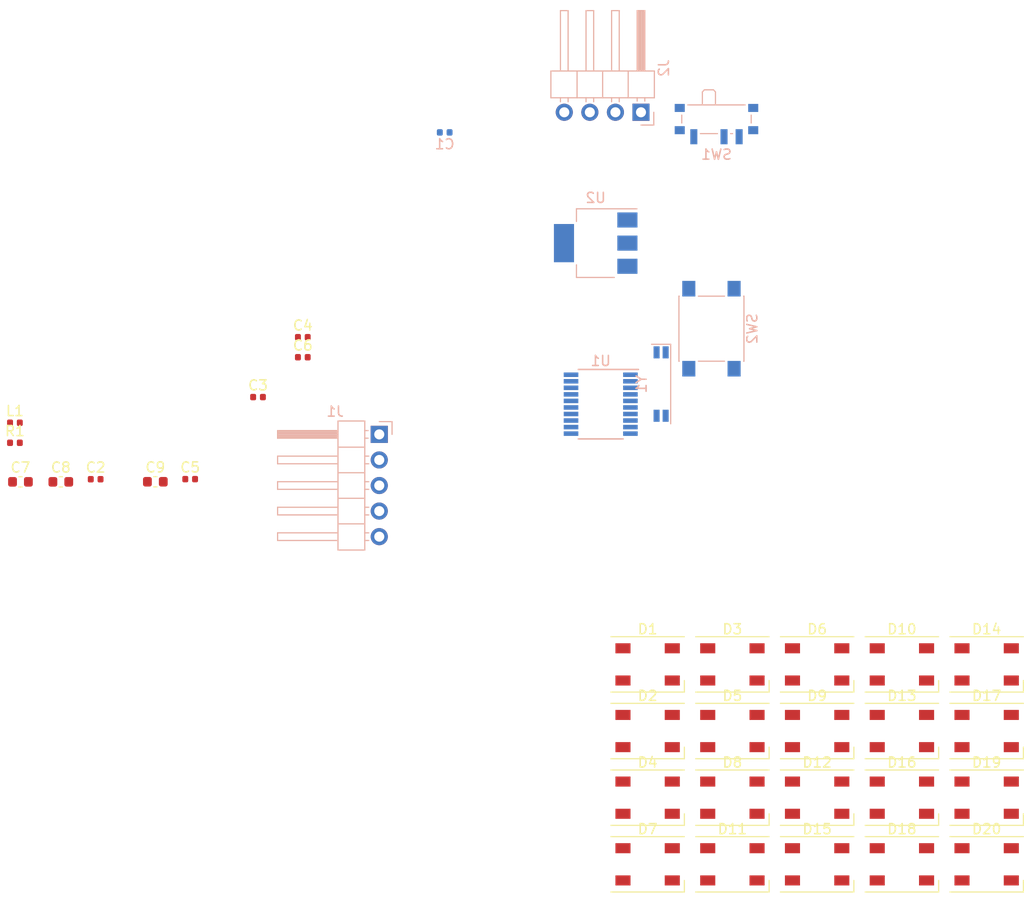
<source format=kicad_pcb>
(kicad_pcb (version 20171130) (host pcbnew 5.1.5)

  (general
    (thickness 1.6)
    (drawings 0)
    (tracks 0)
    (zones 0)
    (modules 38)
    (nets 45)
  )

  (page A4)
  (layers
    (0 F.Cu signal)
    (31 B.Cu signal)
    (32 B.Adhes user)
    (33 F.Adhes user)
    (34 B.Paste user)
    (35 F.Paste user)
    (36 B.SilkS user)
    (37 F.SilkS user)
    (38 B.Mask user)
    (39 F.Mask user)
    (40 Dwgs.User user)
    (41 Cmts.User user)
    (42 Eco1.User user)
    (43 Eco2.User user)
    (44 Edge.Cuts user)
    (45 Margin user)
    (46 B.CrtYd user)
    (47 F.CrtYd user)
    (48 B.Fab user)
    (49 F.Fab user)
  )

  (setup
    (last_trace_width 0.25)
    (trace_clearance 0.2)
    (zone_clearance 0.508)
    (zone_45_only no)
    (trace_min 0.2)
    (via_size 0.8)
    (via_drill 0.4)
    (via_min_size 0.4)
    (via_min_drill 0.3)
    (uvia_size 0.3)
    (uvia_drill 0.1)
    (uvias_allowed no)
    (uvia_min_size 0.2)
    (uvia_min_drill 0.1)
    (edge_width 0.05)
    (segment_width 0.2)
    (pcb_text_width 0.3)
    (pcb_text_size 1.5 1.5)
    (mod_edge_width 0.12)
    (mod_text_size 1 1)
    (mod_text_width 0.15)
    (pad_size 1.524 1.524)
    (pad_drill 0.762)
    (pad_to_mask_clearance 0.051)
    (solder_mask_min_width 0.25)
    (aux_axis_origin 0 0)
    (visible_elements FFFFFF7F)
    (pcbplotparams
      (layerselection 0x010fc_ffffffff)
      (usegerberextensions false)
      (usegerberattributes false)
      (usegerberadvancedattributes false)
      (creategerberjobfile false)
      (excludeedgelayer true)
      (linewidth 0.100000)
      (plotframeref false)
      (viasonmask false)
      (mode 1)
      (useauxorigin false)
      (hpglpennumber 1)
      (hpglpenspeed 20)
      (hpglpendiameter 15.000000)
      (psnegative false)
      (psa4output false)
      (plotreference true)
      (plotvalue true)
      (plotinvisibletext false)
      (padsonsilk false)
      (subtractmaskfromsilk false)
      (outputformat 1)
      (mirror false)
      (drillshape 1)
      (scaleselection 1)
      (outputdirectory ""))
  )

  (net 0 "")
  (net 1 GND)
  (net 2 "Net-(C1-Pad1)")
  (net 3 "Net-(C2-Pad1)")
  (net 4 "Net-(C3-Pad1)")
  (net 5 +3.3VA)
  (net 6 +3V3)
  (net 7 +5V)
  (net 8 /CTS)
  (net 9 /TX)
  (net 10 /RX)
  (net 11 /RTS)
  (net 12 /SDA)
  (net 13 /SCL)
  (net 14 "Net-(R1-Pad2)")
  (net 15 "Net-(R1-Pad1)")
  (net 16 "Net-(U1-Pad20)")
  (net 17 "Net-(U1-Pad13)")
  (net 18 "Net-(U1-Pad11)")
  (net 19 "Net-(U1-Pad9)")
  (net 20 "Net-(U1-Pad8)")
  (net 21 "Net-(U1-Pad7)")
  (net 22 "Net-(U1-Pad6)")
  (net 23 "Net-(D1-Pad4)")
  (net 24 /digits/DATA_IN)
  (net 25 "Net-(D2-Pad4)")
  (net 26 "Net-(D19-Pad4)")
  (net 27 "Net-(D10-Pad1)")
  (net 28 "Net-(D3-Pad4)")
  (net 29 "Net-(D4-Pad4)")
  (net 30 "Net-(D5-Pad4)")
  (net 31 "Net-(D6-Pad4)")
  (net 32 "Net-(D7-Pad4)")
  (net 33 "Net-(D10-Pad2)")
  (net 34 "Net-(D11-Pad2)")
  (net 35 "Net-(D10-Pad4)")
  (net 36 "Net-(D11-Pad4)")
  (net 37 "Net-(D12-Pad4)")
  (net 38 "Net-(D13-Pad4)")
  (net 39 "Net-(D14-Pad4)")
  (net 40 "Net-(D15-Pad4)")
  (net 41 "Net-(D16-Pad4)")
  (net 42 "Net-(D17-Pad4)")
  (net 43 "Net-(D18-Pad4)")
  (net 44 /digits/DATA_OUT)

  (net_class Default "Dies ist die voreingestellte Netzklasse."
    (clearance 0.2)
    (trace_width 0.25)
    (via_dia 0.8)
    (via_drill 0.4)
    (uvia_dia 0.3)
    (uvia_drill 0.1)
    (add_net +3.3VA)
    (add_net +3V3)
    (add_net +5V)
    (add_net /CTS)
    (add_net /RTS)
    (add_net /RX)
    (add_net /SCL)
    (add_net /SDA)
    (add_net /TX)
    (add_net /digits/DATA_IN)
    (add_net /digits/DATA_OUT)
    (add_net GND)
    (add_net "Net-(C1-Pad1)")
    (add_net "Net-(C2-Pad1)")
    (add_net "Net-(C3-Pad1)")
    (add_net "Net-(D1-Pad4)")
    (add_net "Net-(D10-Pad1)")
    (add_net "Net-(D10-Pad2)")
    (add_net "Net-(D10-Pad4)")
    (add_net "Net-(D11-Pad2)")
    (add_net "Net-(D11-Pad4)")
    (add_net "Net-(D12-Pad4)")
    (add_net "Net-(D13-Pad4)")
    (add_net "Net-(D14-Pad4)")
    (add_net "Net-(D15-Pad4)")
    (add_net "Net-(D16-Pad4)")
    (add_net "Net-(D17-Pad4)")
    (add_net "Net-(D18-Pad4)")
    (add_net "Net-(D19-Pad4)")
    (add_net "Net-(D2-Pad4)")
    (add_net "Net-(D3-Pad4)")
    (add_net "Net-(D4-Pad4)")
    (add_net "Net-(D5-Pad4)")
    (add_net "Net-(D6-Pad4)")
    (add_net "Net-(D7-Pad4)")
    (add_net "Net-(R1-Pad1)")
    (add_net "Net-(R1-Pad2)")
    (add_net "Net-(U1-Pad11)")
    (add_net "Net-(U1-Pad13)")
    (add_net "Net-(U1-Pad20)")
    (add_net "Net-(U1-Pad6)")
    (add_net "Net-(U1-Pad7)")
    (add_net "Net-(U1-Pad8)")
    (add_net "Net-(U1-Pad9)")
  )

  (module LED_SMD:LED_SK6812_PLCC4_5.0x5.0mm_P3.2mm (layer F.Cu) (tedit 5AA4B263) (tstamp 5E490588)
    (at 107.34 89.71)
    (descr https://cdn-shop.adafruit.com/product-files/1138/SK6812+LED+datasheet+.pdf)
    (tags "LED RGB NeoPixel")
    (path /5DC8AC6D/5DCB3735)
    (attr smd)
    (fp_text reference D20 (at 0 -3.5) (layer F.SilkS)
      (effects (font (size 1 1) (thickness 0.15)))
    )
    (fp_text value SK6812 (at 0 4) (layer F.Fab)
      (effects (font (size 1 1) (thickness 0.15)))
    )
    (fp_circle (center 0 0) (end 0 -2) (layer F.Fab) (width 0.1))
    (fp_line (start 3.65 2.75) (end 3.65 1.6) (layer F.SilkS) (width 0.12))
    (fp_line (start -3.65 2.75) (end 3.65 2.75) (layer F.SilkS) (width 0.12))
    (fp_line (start -3.65 -2.75) (end 3.65 -2.75) (layer F.SilkS) (width 0.12))
    (fp_line (start 2.5 -2.5) (end -2.5 -2.5) (layer F.Fab) (width 0.1))
    (fp_line (start 2.5 2.5) (end 2.5 -2.5) (layer F.Fab) (width 0.1))
    (fp_line (start -2.5 2.5) (end 2.5 2.5) (layer F.Fab) (width 0.1))
    (fp_line (start -2.5 -2.5) (end -2.5 2.5) (layer F.Fab) (width 0.1))
    (fp_line (start 2.5 1.5) (end 1.5 2.5) (layer F.Fab) (width 0.1))
    (fp_line (start -3.45 -2.75) (end -3.45 2.75) (layer F.CrtYd) (width 0.05))
    (fp_line (start -3.45 2.75) (end 3.45 2.75) (layer F.CrtYd) (width 0.05))
    (fp_line (start 3.45 2.75) (end 3.45 -2.75) (layer F.CrtYd) (width 0.05))
    (fp_line (start 3.45 -2.75) (end -3.45 -2.75) (layer F.CrtYd) (width 0.05))
    (fp_text user %R (at 0 0) (layer F.Fab)
      (effects (font (size 0.8 0.8) (thickness 0.15)))
    )
    (pad 3 smd rect (at -2.45 -1.6) (size 1.5 1) (layers F.Cu F.Paste F.Mask)
      (net 7 +5V))
    (pad 4 smd rect (at -2.45 1.6) (size 1.5 1) (layers F.Cu F.Paste F.Mask)
      (net 44 /digits/DATA_OUT))
    (pad 2 smd rect (at 2.45 -1.6) (size 1.5 1) (layers F.Cu F.Paste F.Mask)
      (net 43 "Net-(D18-Pad4)"))
    (pad 1 smd rect (at 2.45 1.6) (size 1.5 1) (layers F.Cu F.Paste F.Mask)
      (net 27 "Net-(D10-Pad1)"))
    (model ${KISYS3DMOD}/LED_SMD.3dshapes/LED_SK6812_PLCC4_5.0x5.0mm_P3.2mm.wrl
      (at (xyz 0 0 0))
      (scale (xyz 1 1 1))
      (rotate (xyz 0 0 0))
    )
  )

  (module LED_SMD:LED_SK6812_PLCC4_5.0x5.0mm_P3.2mm (layer F.Cu) (tedit 5AA4B263) (tstamp 5E490572)
    (at 107.34 83.09)
    (descr https://cdn-shop.adafruit.com/product-files/1138/SK6812+LED+datasheet+.pdf)
    (tags "LED RGB NeoPixel")
    (path /5DC8AC6D/5DC9D18D)
    (attr smd)
    (fp_text reference D19 (at 0 -3.5) (layer F.SilkS)
      (effects (font (size 1 1) (thickness 0.15)))
    )
    (fp_text value SK6812 (at 0 4) (layer F.Fab)
      (effects (font (size 1 1) (thickness 0.15)))
    )
    (fp_circle (center 0 0) (end 0 -2) (layer F.Fab) (width 0.1))
    (fp_line (start 3.65 2.75) (end 3.65 1.6) (layer F.SilkS) (width 0.12))
    (fp_line (start -3.65 2.75) (end 3.65 2.75) (layer F.SilkS) (width 0.12))
    (fp_line (start -3.65 -2.75) (end 3.65 -2.75) (layer F.SilkS) (width 0.12))
    (fp_line (start 2.5 -2.5) (end -2.5 -2.5) (layer F.Fab) (width 0.1))
    (fp_line (start 2.5 2.5) (end 2.5 -2.5) (layer F.Fab) (width 0.1))
    (fp_line (start -2.5 2.5) (end 2.5 2.5) (layer F.Fab) (width 0.1))
    (fp_line (start -2.5 -2.5) (end -2.5 2.5) (layer F.Fab) (width 0.1))
    (fp_line (start 2.5 1.5) (end 1.5 2.5) (layer F.Fab) (width 0.1))
    (fp_line (start -3.45 -2.75) (end -3.45 2.75) (layer F.CrtYd) (width 0.05))
    (fp_line (start -3.45 2.75) (end 3.45 2.75) (layer F.CrtYd) (width 0.05))
    (fp_line (start 3.45 2.75) (end 3.45 -2.75) (layer F.CrtYd) (width 0.05))
    (fp_line (start 3.45 -2.75) (end -3.45 -2.75) (layer F.CrtYd) (width 0.05))
    (fp_text user %R (at 0 0) (layer F.Fab)
      (effects (font (size 0.8 0.8) (thickness 0.15)))
    )
    (pad 3 smd rect (at -2.45 -1.6) (size 1.5 1) (layers F.Cu F.Paste F.Mask)
      (net 7 +5V))
    (pad 4 smd rect (at -2.45 1.6) (size 1.5 1) (layers F.Cu F.Paste F.Mask)
      (net 26 "Net-(D19-Pad4)"))
    (pad 2 smd rect (at 2.45 -1.6) (size 1.5 1) (layers F.Cu F.Paste F.Mask)
      (net 42 "Net-(D17-Pad4)"))
    (pad 1 smd rect (at 2.45 1.6) (size 1.5 1) (layers F.Cu F.Paste F.Mask)
      (net 1 GND))
    (model ${KISYS3DMOD}/LED_SMD.3dshapes/LED_SK6812_PLCC4_5.0x5.0mm_P3.2mm.wrl
      (at (xyz 0 0 0))
      (scale (xyz 1 1 1))
      (rotate (xyz 0 0 0))
    )
  )

  (module LED_SMD:LED_SK6812_PLCC4_5.0x5.0mm_P3.2mm (layer F.Cu) (tedit 5AA4B263) (tstamp 5E49055C)
    (at 98.92 89.71)
    (descr https://cdn-shop.adafruit.com/product-files/1138/SK6812+LED+datasheet+.pdf)
    (tags "LED RGB NeoPixel")
    (path /5DC8AC6D/5DCB372B)
    (attr smd)
    (fp_text reference D18 (at 0 -3.5) (layer F.SilkS)
      (effects (font (size 1 1) (thickness 0.15)))
    )
    (fp_text value SK6812 (at 0 4) (layer F.Fab)
      (effects (font (size 1 1) (thickness 0.15)))
    )
    (fp_circle (center 0 0) (end 0 -2) (layer F.Fab) (width 0.1))
    (fp_line (start 3.65 2.75) (end 3.65 1.6) (layer F.SilkS) (width 0.12))
    (fp_line (start -3.65 2.75) (end 3.65 2.75) (layer F.SilkS) (width 0.12))
    (fp_line (start -3.65 -2.75) (end 3.65 -2.75) (layer F.SilkS) (width 0.12))
    (fp_line (start 2.5 -2.5) (end -2.5 -2.5) (layer F.Fab) (width 0.1))
    (fp_line (start 2.5 2.5) (end 2.5 -2.5) (layer F.Fab) (width 0.1))
    (fp_line (start -2.5 2.5) (end 2.5 2.5) (layer F.Fab) (width 0.1))
    (fp_line (start -2.5 -2.5) (end -2.5 2.5) (layer F.Fab) (width 0.1))
    (fp_line (start 2.5 1.5) (end 1.5 2.5) (layer F.Fab) (width 0.1))
    (fp_line (start -3.45 -2.75) (end -3.45 2.75) (layer F.CrtYd) (width 0.05))
    (fp_line (start -3.45 2.75) (end 3.45 2.75) (layer F.CrtYd) (width 0.05))
    (fp_line (start 3.45 2.75) (end 3.45 -2.75) (layer F.CrtYd) (width 0.05))
    (fp_line (start 3.45 -2.75) (end -3.45 -2.75) (layer F.CrtYd) (width 0.05))
    (fp_text user %R (at 0 0) (layer F.Fab)
      (effects (font (size 0.8 0.8) (thickness 0.15)))
    )
    (pad 3 smd rect (at -2.45 -1.6) (size 1.5 1) (layers F.Cu F.Paste F.Mask)
      (net 7 +5V))
    (pad 4 smd rect (at -2.45 1.6) (size 1.5 1) (layers F.Cu F.Paste F.Mask)
      (net 43 "Net-(D18-Pad4)"))
    (pad 2 smd rect (at 2.45 -1.6) (size 1.5 1) (layers F.Cu F.Paste F.Mask)
      (net 41 "Net-(D16-Pad4)"))
    (pad 1 smd rect (at 2.45 1.6) (size 1.5 1) (layers F.Cu F.Paste F.Mask)
      (net 27 "Net-(D10-Pad1)"))
    (model ${KISYS3DMOD}/LED_SMD.3dshapes/LED_SK6812_PLCC4_5.0x5.0mm_P3.2mm.wrl
      (at (xyz 0 0 0))
      (scale (xyz 1 1 1))
      (rotate (xyz 0 0 0))
    )
  )

  (module LED_SMD:LED_SK6812_PLCC4_5.0x5.0mm_P3.2mm (layer F.Cu) (tedit 5AA4B263) (tstamp 5E490546)
    (at 107.34 76.47)
    (descr https://cdn-shop.adafruit.com/product-files/1138/SK6812+LED+datasheet+.pdf)
    (tags "LED RGB NeoPixel")
    (path /5DC8AC6D/5DC9D183)
    (attr smd)
    (fp_text reference D17 (at 0 -3.5) (layer F.SilkS)
      (effects (font (size 1 1) (thickness 0.15)))
    )
    (fp_text value SK6812 (at 0 4) (layer F.Fab)
      (effects (font (size 1 1) (thickness 0.15)))
    )
    (fp_circle (center 0 0) (end 0 -2) (layer F.Fab) (width 0.1))
    (fp_line (start 3.65 2.75) (end 3.65 1.6) (layer F.SilkS) (width 0.12))
    (fp_line (start -3.65 2.75) (end 3.65 2.75) (layer F.SilkS) (width 0.12))
    (fp_line (start -3.65 -2.75) (end 3.65 -2.75) (layer F.SilkS) (width 0.12))
    (fp_line (start 2.5 -2.5) (end -2.5 -2.5) (layer F.Fab) (width 0.1))
    (fp_line (start 2.5 2.5) (end 2.5 -2.5) (layer F.Fab) (width 0.1))
    (fp_line (start -2.5 2.5) (end 2.5 2.5) (layer F.Fab) (width 0.1))
    (fp_line (start -2.5 -2.5) (end -2.5 2.5) (layer F.Fab) (width 0.1))
    (fp_line (start 2.5 1.5) (end 1.5 2.5) (layer F.Fab) (width 0.1))
    (fp_line (start -3.45 -2.75) (end -3.45 2.75) (layer F.CrtYd) (width 0.05))
    (fp_line (start -3.45 2.75) (end 3.45 2.75) (layer F.CrtYd) (width 0.05))
    (fp_line (start 3.45 2.75) (end 3.45 -2.75) (layer F.CrtYd) (width 0.05))
    (fp_line (start 3.45 -2.75) (end -3.45 -2.75) (layer F.CrtYd) (width 0.05))
    (fp_text user %R (at 0 0) (layer F.Fab)
      (effects (font (size 0.8 0.8) (thickness 0.15)))
    )
    (pad 3 smd rect (at -2.45 -1.6) (size 1.5 1) (layers F.Cu F.Paste F.Mask)
      (net 7 +5V))
    (pad 4 smd rect (at -2.45 1.6) (size 1.5 1) (layers F.Cu F.Paste F.Mask)
      (net 42 "Net-(D17-Pad4)"))
    (pad 2 smd rect (at 2.45 -1.6) (size 1.5 1) (layers F.Cu F.Paste F.Mask)
      (net 40 "Net-(D15-Pad4)"))
    (pad 1 smd rect (at 2.45 1.6) (size 1.5 1) (layers F.Cu F.Paste F.Mask)
      (net 1 GND))
    (model ${KISYS3DMOD}/LED_SMD.3dshapes/LED_SK6812_PLCC4_5.0x5.0mm_P3.2mm.wrl
      (at (xyz 0 0 0))
      (scale (xyz 1 1 1))
      (rotate (xyz 0 0 0))
    )
  )

  (module LED_SMD:LED_SK6812_PLCC4_5.0x5.0mm_P3.2mm (layer F.Cu) (tedit 5AA4B263) (tstamp 5E490530)
    (at 98.92 83.09)
    (descr https://cdn-shop.adafruit.com/product-files/1138/SK6812+LED+datasheet+.pdf)
    (tags "LED RGB NeoPixel")
    (path /5DC8AC6D/5DCB3721)
    (attr smd)
    (fp_text reference D16 (at 0 -3.5) (layer F.SilkS)
      (effects (font (size 1 1) (thickness 0.15)))
    )
    (fp_text value SK6812 (at 0 4) (layer F.Fab)
      (effects (font (size 1 1) (thickness 0.15)))
    )
    (fp_circle (center 0 0) (end 0 -2) (layer F.Fab) (width 0.1))
    (fp_line (start 3.65 2.75) (end 3.65 1.6) (layer F.SilkS) (width 0.12))
    (fp_line (start -3.65 2.75) (end 3.65 2.75) (layer F.SilkS) (width 0.12))
    (fp_line (start -3.65 -2.75) (end 3.65 -2.75) (layer F.SilkS) (width 0.12))
    (fp_line (start 2.5 -2.5) (end -2.5 -2.5) (layer F.Fab) (width 0.1))
    (fp_line (start 2.5 2.5) (end 2.5 -2.5) (layer F.Fab) (width 0.1))
    (fp_line (start -2.5 2.5) (end 2.5 2.5) (layer F.Fab) (width 0.1))
    (fp_line (start -2.5 -2.5) (end -2.5 2.5) (layer F.Fab) (width 0.1))
    (fp_line (start 2.5 1.5) (end 1.5 2.5) (layer F.Fab) (width 0.1))
    (fp_line (start -3.45 -2.75) (end -3.45 2.75) (layer F.CrtYd) (width 0.05))
    (fp_line (start -3.45 2.75) (end 3.45 2.75) (layer F.CrtYd) (width 0.05))
    (fp_line (start 3.45 2.75) (end 3.45 -2.75) (layer F.CrtYd) (width 0.05))
    (fp_line (start 3.45 -2.75) (end -3.45 -2.75) (layer F.CrtYd) (width 0.05))
    (fp_text user %R (at 0 0) (layer F.Fab)
      (effects (font (size 0.8 0.8) (thickness 0.15)))
    )
    (pad 3 smd rect (at -2.45 -1.6) (size 1.5 1) (layers F.Cu F.Paste F.Mask)
      (net 7 +5V))
    (pad 4 smd rect (at -2.45 1.6) (size 1.5 1) (layers F.Cu F.Paste F.Mask)
      (net 41 "Net-(D16-Pad4)"))
    (pad 2 smd rect (at 2.45 -1.6) (size 1.5 1) (layers F.Cu F.Paste F.Mask)
      (net 39 "Net-(D14-Pad4)"))
    (pad 1 smd rect (at 2.45 1.6) (size 1.5 1) (layers F.Cu F.Paste F.Mask)
      (net 27 "Net-(D10-Pad1)"))
    (model ${KISYS3DMOD}/LED_SMD.3dshapes/LED_SK6812_PLCC4_5.0x5.0mm_P3.2mm.wrl
      (at (xyz 0 0 0))
      (scale (xyz 1 1 1))
      (rotate (xyz 0 0 0))
    )
  )

  (module LED_SMD:LED_SK6812_PLCC4_5.0x5.0mm_P3.2mm (layer F.Cu) (tedit 5AA4B263) (tstamp 5E49051A)
    (at 90.5 89.71)
    (descr https://cdn-shop.adafruit.com/product-files/1138/SK6812+LED+datasheet+.pdf)
    (tags "LED RGB NeoPixel")
    (path /5DC8AC6D/5DC9319D)
    (attr smd)
    (fp_text reference D15 (at 0 -3.5) (layer F.SilkS)
      (effects (font (size 1 1) (thickness 0.15)))
    )
    (fp_text value SK6812 (at 0 4) (layer F.Fab)
      (effects (font (size 1 1) (thickness 0.15)))
    )
    (fp_circle (center 0 0) (end 0 -2) (layer F.Fab) (width 0.1))
    (fp_line (start 3.65 2.75) (end 3.65 1.6) (layer F.SilkS) (width 0.12))
    (fp_line (start -3.65 2.75) (end 3.65 2.75) (layer F.SilkS) (width 0.12))
    (fp_line (start -3.65 -2.75) (end 3.65 -2.75) (layer F.SilkS) (width 0.12))
    (fp_line (start 2.5 -2.5) (end -2.5 -2.5) (layer F.Fab) (width 0.1))
    (fp_line (start 2.5 2.5) (end 2.5 -2.5) (layer F.Fab) (width 0.1))
    (fp_line (start -2.5 2.5) (end 2.5 2.5) (layer F.Fab) (width 0.1))
    (fp_line (start -2.5 -2.5) (end -2.5 2.5) (layer F.Fab) (width 0.1))
    (fp_line (start 2.5 1.5) (end 1.5 2.5) (layer F.Fab) (width 0.1))
    (fp_line (start -3.45 -2.75) (end -3.45 2.75) (layer F.CrtYd) (width 0.05))
    (fp_line (start -3.45 2.75) (end 3.45 2.75) (layer F.CrtYd) (width 0.05))
    (fp_line (start 3.45 2.75) (end 3.45 -2.75) (layer F.CrtYd) (width 0.05))
    (fp_line (start 3.45 -2.75) (end -3.45 -2.75) (layer F.CrtYd) (width 0.05))
    (fp_text user %R (at 0 0) (layer F.Fab)
      (effects (font (size 0.8 0.8) (thickness 0.15)))
    )
    (pad 3 smd rect (at -2.45 -1.6) (size 1.5 1) (layers F.Cu F.Paste F.Mask)
      (net 7 +5V))
    (pad 4 smd rect (at -2.45 1.6) (size 1.5 1) (layers F.Cu F.Paste F.Mask)
      (net 40 "Net-(D15-Pad4)"))
    (pad 2 smd rect (at 2.45 -1.6) (size 1.5 1) (layers F.Cu F.Paste F.Mask)
      (net 38 "Net-(D13-Pad4)"))
    (pad 1 smd rect (at 2.45 1.6) (size 1.5 1) (layers F.Cu F.Paste F.Mask)
      (net 1 GND))
    (model ${KISYS3DMOD}/LED_SMD.3dshapes/LED_SK6812_PLCC4_5.0x5.0mm_P3.2mm.wrl
      (at (xyz 0 0 0))
      (scale (xyz 1 1 1))
      (rotate (xyz 0 0 0))
    )
  )

  (module LED_SMD:LED_SK6812_PLCC4_5.0x5.0mm_P3.2mm (layer F.Cu) (tedit 5AA4B263) (tstamp 5E490504)
    (at 107.34 69.85)
    (descr https://cdn-shop.adafruit.com/product-files/1138/SK6812+LED+datasheet+.pdf)
    (tags "LED RGB NeoPixel")
    (path /5DC8AC6D/5DCB3717)
    (attr smd)
    (fp_text reference D14 (at 0 -3.5) (layer F.SilkS)
      (effects (font (size 1 1) (thickness 0.15)))
    )
    (fp_text value SK6812 (at 0 4) (layer F.Fab)
      (effects (font (size 1 1) (thickness 0.15)))
    )
    (fp_circle (center 0 0) (end 0 -2) (layer F.Fab) (width 0.1))
    (fp_line (start 3.65 2.75) (end 3.65 1.6) (layer F.SilkS) (width 0.12))
    (fp_line (start -3.65 2.75) (end 3.65 2.75) (layer F.SilkS) (width 0.12))
    (fp_line (start -3.65 -2.75) (end 3.65 -2.75) (layer F.SilkS) (width 0.12))
    (fp_line (start 2.5 -2.5) (end -2.5 -2.5) (layer F.Fab) (width 0.1))
    (fp_line (start 2.5 2.5) (end 2.5 -2.5) (layer F.Fab) (width 0.1))
    (fp_line (start -2.5 2.5) (end 2.5 2.5) (layer F.Fab) (width 0.1))
    (fp_line (start -2.5 -2.5) (end -2.5 2.5) (layer F.Fab) (width 0.1))
    (fp_line (start 2.5 1.5) (end 1.5 2.5) (layer F.Fab) (width 0.1))
    (fp_line (start -3.45 -2.75) (end -3.45 2.75) (layer F.CrtYd) (width 0.05))
    (fp_line (start -3.45 2.75) (end 3.45 2.75) (layer F.CrtYd) (width 0.05))
    (fp_line (start 3.45 2.75) (end 3.45 -2.75) (layer F.CrtYd) (width 0.05))
    (fp_line (start 3.45 -2.75) (end -3.45 -2.75) (layer F.CrtYd) (width 0.05))
    (fp_text user %R (at 0 0) (layer F.Fab)
      (effects (font (size 0.8 0.8) (thickness 0.15)))
    )
    (pad 3 smd rect (at -2.45 -1.6) (size 1.5 1) (layers F.Cu F.Paste F.Mask)
      (net 7 +5V))
    (pad 4 smd rect (at -2.45 1.6) (size 1.5 1) (layers F.Cu F.Paste F.Mask)
      (net 39 "Net-(D14-Pad4)"))
    (pad 2 smd rect (at 2.45 -1.6) (size 1.5 1) (layers F.Cu F.Paste F.Mask)
      (net 37 "Net-(D12-Pad4)"))
    (pad 1 smd rect (at 2.45 1.6) (size 1.5 1) (layers F.Cu F.Paste F.Mask)
      (net 27 "Net-(D10-Pad1)"))
    (model ${KISYS3DMOD}/LED_SMD.3dshapes/LED_SK6812_PLCC4_5.0x5.0mm_P3.2mm.wrl
      (at (xyz 0 0 0))
      (scale (xyz 1 1 1))
      (rotate (xyz 0 0 0))
    )
  )

  (module LED_SMD:LED_SK6812_PLCC4_5.0x5.0mm_P3.2mm (layer F.Cu) (tedit 5AA4B263) (tstamp 5E4904EE)
    (at 98.92 76.47)
    (descr https://cdn-shop.adafruit.com/product-files/1138/SK6812+LED+datasheet+.pdf)
    (tags "LED RGB NeoPixel")
    (path /5DC8AC6D/5DC93193)
    (attr smd)
    (fp_text reference D13 (at 0 -3.5) (layer F.SilkS)
      (effects (font (size 1 1) (thickness 0.15)))
    )
    (fp_text value SK6812 (at 0 4) (layer F.Fab)
      (effects (font (size 1 1) (thickness 0.15)))
    )
    (fp_circle (center 0 0) (end 0 -2) (layer F.Fab) (width 0.1))
    (fp_line (start 3.65 2.75) (end 3.65 1.6) (layer F.SilkS) (width 0.12))
    (fp_line (start -3.65 2.75) (end 3.65 2.75) (layer F.SilkS) (width 0.12))
    (fp_line (start -3.65 -2.75) (end 3.65 -2.75) (layer F.SilkS) (width 0.12))
    (fp_line (start 2.5 -2.5) (end -2.5 -2.5) (layer F.Fab) (width 0.1))
    (fp_line (start 2.5 2.5) (end 2.5 -2.5) (layer F.Fab) (width 0.1))
    (fp_line (start -2.5 2.5) (end 2.5 2.5) (layer F.Fab) (width 0.1))
    (fp_line (start -2.5 -2.5) (end -2.5 2.5) (layer F.Fab) (width 0.1))
    (fp_line (start 2.5 1.5) (end 1.5 2.5) (layer F.Fab) (width 0.1))
    (fp_line (start -3.45 -2.75) (end -3.45 2.75) (layer F.CrtYd) (width 0.05))
    (fp_line (start -3.45 2.75) (end 3.45 2.75) (layer F.CrtYd) (width 0.05))
    (fp_line (start 3.45 2.75) (end 3.45 -2.75) (layer F.CrtYd) (width 0.05))
    (fp_line (start 3.45 -2.75) (end -3.45 -2.75) (layer F.CrtYd) (width 0.05))
    (fp_text user %R (at 0 0) (layer F.Fab)
      (effects (font (size 0.8 0.8) (thickness 0.15)))
    )
    (pad 3 smd rect (at -2.45 -1.6) (size 1.5 1) (layers F.Cu F.Paste F.Mask)
      (net 7 +5V))
    (pad 4 smd rect (at -2.45 1.6) (size 1.5 1) (layers F.Cu F.Paste F.Mask)
      (net 38 "Net-(D13-Pad4)"))
    (pad 2 smd rect (at 2.45 -1.6) (size 1.5 1) (layers F.Cu F.Paste F.Mask)
      (net 36 "Net-(D11-Pad4)"))
    (pad 1 smd rect (at 2.45 1.6) (size 1.5 1) (layers F.Cu F.Paste F.Mask)
      (net 1 GND))
    (model ${KISYS3DMOD}/LED_SMD.3dshapes/LED_SK6812_PLCC4_5.0x5.0mm_P3.2mm.wrl
      (at (xyz 0 0 0))
      (scale (xyz 1 1 1))
      (rotate (xyz 0 0 0))
    )
  )

  (module LED_SMD:LED_SK6812_PLCC4_5.0x5.0mm_P3.2mm (layer F.Cu) (tedit 5AA4B263) (tstamp 5E4904D8)
    (at 90.5 83.09)
    (descr https://cdn-shop.adafruit.com/product-files/1138/SK6812+LED+datasheet+.pdf)
    (tags "LED RGB NeoPixel")
    (path /5DC8AC6D/5DCB370D)
    (attr smd)
    (fp_text reference D12 (at 0 -3.5) (layer F.SilkS)
      (effects (font (size 1 1) (thickness 0.15)))
    )
    (fp_text value SK6812 (at 0 4) (layer F.Fab)
      (effects (font (size 1 1) (thickness 0.15)))
    )
    (fp_circle (center 0 0) (end 0 -2) (layer F.Fab) (width 0.1))
    (fp_line (start 3.65 2.75) (end 3.65 1.6) (layer F.SilkS) (width 0.12))
    (fp_line (start -3.65 2.75) (end 3.65 2.75) (layer F.SilkS) (width 0.12))
    (fp_line (start -3.65 -2.75) (end 3.65 -2.75) (layer F.SilkS) (width 0.12))
    (fp_line (start 2.5 -2.5) (end -2.5 -2.5) (layer F.Fab) (width 0.1))
    (fp_line (start 2.5 2.5) (end 2.5 -2.5) (layer F.Fab) (width 0.1))
    (fp_line (start -2.5 2.5) (end 2.5 2.5) (layer F.Fab) (width 0.1))
    (fp_line (start -2.5 -2.5) (end -2.5 2.5) (layer F.Fab) (width 0.1))
    (fp_line (start 2.5 1.5) (end 1.5 2.5) (layer F.Fab) (width 0.1))
    (fp_line (start -3.45 -2.75) (end -3.45 2.75) (layer F.CrtYd) (width 0.05))
    (fp_line (start -3.45 2.75) (end 3.45 2.75) (layer F.CrtYd) (width 0.05))
    (fp_line (start 3.45 2.75) (end 3.45 -2.75) (layer F.CrtYd) (width 0.05))
    (fp_line (start 3.45 -2.75) (end -3.45 -2.75) (layer F.CrtYd) (width 0.05))
    (fp_text user %R (at 0 0) (layer F.Fab)
      (effects (font (size 0.8 0.8) (thickness 0.15)))
    )
    (pad 3 smd rect (at -2.45 -1.6) (size 1.5 1) (layers F.Cu F.Paste F.Mask)
      (net 7 +5V))
    (pad 4 smd rect (at -2.45 1.6) (size 1.5 1) (layers F.Cu F.Paste F.Mask)
      (net 37 "Net-(D12-Pad4)"))
    (pad 2 smd rect (at 2.45 -1.6) (size 1.5 1) (layers F.Cu F.Paste F.Mask)
      (net 35 "Net-(D10-Pad4)"))
    (pad 1 smd rect (at 2.45 1.6) (size 1.5 1) (layers F.Cu F.Paste F.Mask)
      (net 27 "Net-(D10-Pad1)"))
    (model ${KISYS3DMOD}/LED_SMD.3dshapes/LED_SK6812_PLCC4_5.0x5.0mm_P3.2mm.wrl
      (at (xyz 0 0 0))
      (scale (xyz 1 1 1))
      (rotate (xyz 0 0 0))
    )
  )

  (module LED_SMD:LED_SK6812_PLCC4_5.0x5.0mm_P3.2mm (layer F.Cu) (tedit 5AA4B263) (tstamp 5E4904C2)
    (at 82.08 89.71)
    (descr https://cdn-shop.adafruit.com/product-files/1138/SK6812+LED+datasheet+.pdf)
    (tags "LED RGB NeoPixel")
    (path /5DC8AC6D/5DC93189)
    (attr smd)
    (fp_text reference D11 (at 0 -3.5) (layer F.SilkS)
      (effects (font (size 1 1) (thickness 0.15)))
    )
    (fp_text value SK6812 (at 0 4) (layer F.Fab)
      (effects (font (size 1 1) (thickness 0.15)))
    )
    (fp_circle (center 0 0) (end 0 -2) (layer F.Fab) (width 0.1))
    (fp_line (start 3.65 2.75) (end 3.65 1.6) (layer F.SilkS) (width 0.12))
    (fp_line (start -3.65 2.75) (end 3.65 2.75) (layer F.SilkS) (width 0.12))
    (fp_line (start -3.65 -2.75) (end 3.65 -2.75) (layer F.SilkS) (width 0.12))
    (fp_line (start 2.5 -2.5) (end -2.5 -2.5) (layer F.Fab) (width 0.1))
    (fp_line (start 2.5 2.5) (end 2.5 -2.5) (layer F.Fab) (width 0.1))
    (fp_line (start -2.5 2.5) (end 2.5 2.5) (layer F.Fab) (width 0.1))
    (fp_line (start -2.5 -2.5) (end -2.5 2.5) (layer F.Fab) (width 0.1))
    (fp_line (start 2.5 1.5) (end 1.5 2.5) (layer F.Fab) (width 0.1))
    (fp_line (start -3.45 -2.75) (end -3.45 2.75) (layer F.CrtYd) (width 0.05))
    (fp_line (start -3.45 2.75) (end 3.45 2.75) (layer F.CrtYd) (width 0.05))
    (fp_line (start 3.45 2.75) (end 3.45 -2.75) (layer F.CrtYd) (width 0.05))
    (fp_line (start 3.45 -2.75) (end -3.45 -2.75) (layer F.CrtYd) (width 0.05))
    (fp_text user %R (at 0 0) (layer F.Fab)
      (effects (font (size 0.8 0.8) (thickness 0.15)))
    )
    (pad 3 smd rect (at -2.45 -1.6) (size 1.5 1) (layers F.Cu F.Paste F.Mask)
      (net 7 +5V))
    (pad 4 smd rect (at -2.45 1.6) (size 1.5 1) (layers F.Cu F.Paste F.Mask)
      (net 36 "Net-(D11-Pad4)"))
    (pad 2 smd rect (at 2.45 -1.6) (size 1.5 1) (layers F.Cu F.Paste F.Mask)
      (net 34 "Net-(D11-Pad2)"))
    (pad 1 smd rect (at 2.45 1.6) (size 1.5 1) (layers F.Cu F.Paste F.Mask)
      (net 1 GND))
    (model ${KISYS3DMOD}/LED_SMD.3dshapes/LED_SK6812_PLCC4_5.0x5.0mm_P3.2mm.wrl
      (at (xyz 0 0 0))
      (scale (xyz 1 1 1))
      (rotate (xyz 0 0 0))
    )
  )

  (module LED_SMD:LED_SK6812_PLCC4_5.0x5.0mm_P3.2mm (layer F.Cu) (tedit 5AA4B263) (tstamp 5E4904AC)
    (at 98.92 69.85)
    (descr https://cdn-shop.adafruit.com/product-files/1138/SK6812+LED+datasheet+.pdf)
    (tags "LED RGB NeoPixel")
    (path /5DC8AC6D/5DCB3703)
    (attr smd)
    (fp_text reference D10 (at 0 -3.5) (layer F.SilkS)
      (effects (font (size 1 1) (thickness 0.15)))
    )
    (fp_text value SK6812 (at 0 4) (layer F.Fab)
      (effects (font (size 1 1) (thickness 0.15)))
    )
    (fp_circle (center 0 0) (end 0 -2) (layer F.Fab) (width 0.1))
    (fp_line (start 3.65 2.75) (end 3.65 1.6) (layer F.SilkS) (width 0.12))
    (fp_line (start -3.65 2.75) (end 3.65 2.75) (layer F.SilkS) (width 0.12))
    (fp_line (start -3.65 -2.75) (end 3.65 -2.75) (layer F.SilkS) (width 0.12))
    (fp_line (start 2.5 -2.5) (end -2.5 -2.5) (layer F.Fab) (width 0.1))
    (fp_line (start 2.5 2.5) (end 2.5 -2.5) (layer F.Fab) (width 0.1))
    (fp_line (start -2.5 2.5) (end 2.5 2.5) (layer F.Fab) (width 0.1))
    (fp_line (start -2.5 -2.5) (end -2.5 2.5) (layer F.Fab) (width 0.1))
    (fp_line (start 2.5 1.5) (end 1.5 2.5) (layer F.Fab) (width 0.1))
    (fp_line (start -3.45 -2.75) (end -3.45 2.75) (layer F.CrtYd) (width 0.05))
    (fp_line (start -3.45 2.75) (end 3.45 2.75) (layer F.CrtYd) (width 0.05))
    (fp_line (start 3.45 2.75) (end 3.45 -2.75) (layer F.CrtYd) (width 0.05))
    (fp_line (start 3.45 -2.75) (end -3.45 -2.75) (layer F.CrtYd) (width 0.05))
    (fp_text user %R (at 0 0) (layer F.Fab)
      (effects (font (size 0.8 0.8) (thickness 0.15)))
    )
    (pad 3 smd rect (at -2.45 -1.6) (size 1.5 1) (layers F.Cu F.Paste F.Mask)
      (net 7 +5V))
    (pad 4 smd rect (at -2.45 1.6) (size 1.5 1) (layers F.Cu F.Paste F.Mask)
      (net 35 "Net-(D10-Pad4)"))
    (pad 2 smd rect (at 2.45 -1.6) (size 1.5 1) (layers F.Cu F.Paste F.Mask)
      (net 33 "Net-(D10-Pad2)"))
    (pad 1 smd rect (at 2.45 1.6) (size 1.5 1) (layers F.Cu F.Paste F.Mask)
      (net 27 "Net-(D10-Pad1)"))
    (model ${KISYS3DMOD}/LED_SMD.3dshapes/LED_SK6812_PLCC4_5.0x5.0mm_P3.2mm.wrl
      (at (xyz 0 0 0))
      (scale (xyz 1 1 1))
      (rotate (xyz 0 0 0))
    )
  )

  (module LED_SMD:LED_SK6812_PLCC4_5.0x5.0mm_P3.2mm (layer F.Cu) (tedit 5AA4B263) (tstamp 5E490496)
    (at 90.5 76.47)
    (descr https://cdn-shop.adafruit.com/product-files/1138/SK6812+LED+datasheet+.pdf)
    (tags "LED RGB NeoPixel")
    (path /5DC8AC6D/5DC9317F)
    (attr smd)
    (fp_text reference D9 (at 0 -3.5) (layer F.SilkS)
      (effects (font (size 1 1) (thickness 0.15)))
    )
    (fp_text value SK6812 (at 0 4) (layer F.Fab)
      (effects (font (size 1 1) (thickness 0.15)))
    )
    (fp_circle (center 0 0) (end 0 -2) (layer F.Fab) (width 0.1))
    (fp_line (start 3.65 2.75) (end 3.65 1.6) (layer F.SilkS) (width 0.12))
    (fp_line (start -3.65 2.75) (end 3.65 2.75) (layer F.SilkS) (width 0.12))
    (fp_line (start -3.65 -2.75) (end 3.65 -2.75) (layer F.SilkS) (width 0.12))
    (fp_line (start 2.5 -2.5) (end -2.5 -2.5) (layer F.Fab) (width 0.1))
    (fp_line (start 2.5 2.5) (end 2.5 -2.5) (layer F.Fab) (width 0.1))
    (fp_line (start -2.5 2.5) (end 2.5 2.5) (layer F.Fab) (width 0.1))
    (fp_line (start -2.5 -2.5) (end -2.5 2.5) (layer F.Fab) (width 0.1))
    (fp_line (start 2.5 1.5) (end 1.5 2.5) (layer F.Fab) (width 0.1))
    (fp_line (start -3.45 -2.75) (end -3.45 2.75) (layer F.CrtYd) (width 0.05))
    (fp_line (start -3.45 2.75) (end 3.45 2.75) (layer F.CrtYd) (width 0.05))
    (fp_line (start 3.45 2.75) (end 3.45 -2.75) (layer F.CrtYd) (width 0.05))
    (fp_line (start 3.45 -2.75) (end -3.45 -2.75) (layer F.CrtYd) (width 0.05))
    (fp_text user %R (at 0 0) (layer F.Fab)
      (effects (font (size 0.8 0.8) (thickness 0.15)))
    )
    (pad 3 smd rect (at -2.45 -1.6) (size 1.5 1) (layers F.Cu F.Paste F.Mask)
      (net 7 +5V))
    (pad 4 smd rect (at -2.45 1.6) (size 1.5 1) (layers F.Cu F.Paste F.Mask)
      (net 34 "Net-(D11-Pad2)"))
    (pad 2 smd rect (at 2.45 -1.6) (size 1.5 1) (layers F.Cu F.Paste F.Mask)
      (net 32 "Net-(D7-Pad4)"))
    (pad 1 smd rect (at 2.45 1.6) (size 1.5 1) (layers F.Cu F.Paste F.Mask)
      (net 1 GND))
    (model ${KISYS3DMOD}/LED_SMD.3dshapes/LED_SK6812_PLCC4_5.0x5.0mm_P3.2mm.wrl
      (at (xyz 0 0 0))
      (scale (xyz 1 1 1))
      (rotate (xyz 0 0 0))
    )
  )

  (module LED_SMD:LED_SK6812_PLCC4_5.0x5.0mm_P3.2mm (layer F.Cu) (tedit 5AA4B263) (tstamp 5E490480)
    (at 82.08 83.09)
    (descr https://cdn-shop.adafruit.com/product-files/1138/SK6812+LED+datasheet+.pdf)
    (tags "LED RGB NeoPixel")
    (path /5DC8AC6D/5DCB36F9)
    (attr smd)
    (fp_text reference D8 (at 0 -3.5) (layer F.SilkS)
      (effects (font (size 1 1) (thickness 0.15)))
    )
    (fp_text value SK6812 (at 0 4) (layer F.Fab)
      (effects (font (size 1 1) (thickness 0.15)))
    )
    (fp_circle (center 0 0) (end 0 -2) (layer F.Fab) (width 0.1))
    (fp_line (start 3.65 2.75) (end 3.65 1.6) (layer F.SilkS) (width 0.12))
    (fp_line (start -3.65 2.75) (end 3.65 2.75) (layer F.SilkS) (width 0.12))
    (fp_line (start -3.65 -2.75) (end 3.65 -2.75) (layer F.SilkS) (width 0.12))
    (fp_line (start 2.5 -2.5) (end -2.5 -2.5) (layer F.Fab) (width 0.1))
    (fp_line (start 2.5 2.5) (end 2.5 -2.5) (layer F.Fab) (width 0.1))
    (fp_line (start -2.5 2.5) (end 2.5 2.5) (layer F.Fab) (width 0.1))
    (fp_line (start -2.5 -2.5) (end -2.5 2.5) (layer F.Fab) (width 0.1))
    (fp_line (start 2.5 1.5) (end 1.5 2.5) (layer F.Fab) (width 0.1))
    (fp_line (start -3.45 -2.75) (end -3.45 2.75) (layer F.CrtYd) (width 0.05))
    (fp_line (start -3.45 2.75) (end 3.45 2.75) (layer F.CrtYd) (width 0.05))
    (fp_line (start 3.45 2.75) (end 3.45 -2.75) (layer F.CrtYd) (width 0.05))
    (fp_line (start 3.45 -2.75) (end -3.45 -2.75) (layer F.CrtYd) (width 0.05))
    (fp_text user %R (at 0 0) (layer F.Fab)
      (effects (font (size 0.8 0.8) (thickness 0.15)))
    )
    (pad 3 smd rect (at -2.45 -1.6) (size 1.5 1) (layers F.Cu F.Paste F.Mask)
      (net 7 +5V))
    (pad 4 smd rect (at -2.45 1.6) (size 1.5 1) (layers F.Cu F.Paste F.Mask)
      (net 33 "Net-(D10-Pad2)"))
    (pad 2 smd rect (at 2.45 -1.6) (size 1.5 1) (layers F.Cu F.Paste F.Mask)
      (net 31 "Net-(D6-Pad4)"))
    (pad 1 smd rect (at 2.45 1.6) (size 1.5 1) (layers F.Cu F.Paste F.Mask)
      (net 27 "Net-(D10-Pad1)"))
    (model ${KISYS3DMOD}/LED_SMD.3dshapes/LED_SK6812_PLCC4_5.0x5.0mm_P3.2mm.wrl
      (at (xyz 0 0 0))
      (scale (xyz 1 1 1))
      (rotate (xyz 0 0 0))
    )
  )

  (module LED_SMD:LED_SK6812_PLCC4_5.0x5.0mm_P3.2mm (layer F.Cu) (tedit 5AA4B263) (tstamp 5E49046A)
    (at 73.66 89.71)
    (descr https://cdn-shop.adafruit.com/product-files/1138/SK6812+LED+datasheet+.pdf)
    (tags "LED RGB NeoPixel")
    (path /5DC8AC6D/5DC8D819)
    (attr smd)
    (fp_text reference D7 (at 0 -3.5) (layer F.SilkS)
      (effects (font (size 1 1) (thickness 0.15)))
    )
    (fp_text value SK6812 (at 0 4) (layer F.Fab)
      (effects (font (size 1 1) (thickness 0.15)))
    )
    (fp_circle (center 0 0) (end 0 -2) (layer F.Fab) (width 0.1))
    (fp_line (start 3.65 2.75) (end 3.65 1.6) (layer F.SilkS) (width 0.12))
    (fp_line (start -3.65 2.75) (end 3.65 2.75) (layer F.SilkS) (width 0.12))
    (fp_line (start -3.65 -2.75) (end 3.65 -2.75) (layer F.SilkS) (width 0.12))
    (fp_line (start 2.5 -2.5) (end -2.5 -2.5) (layer F.Fab) (width 0.1))
    (fp_line (start 2.5 2.5) (end 2.5 -2.5) (layer F.Fab) (width 0.1))
    (fp_line (start -2.5 2.5) (end 2.5 2.5) (layer F.Fab) (width 0.1))
    (fp_line (start -2.5 -2.5) (end -2.5 2.5) (layer F.Fab) (width 0.1))
    (fp_line (start 2.5 1.5) (end 1.5 2.5) (layer F.Fab) (width 0.1))
    (fp_line (start -3.45 -2.75) (end -3.45 2.75) (layer F.CrtYd) (width 0.05))
    (fp_line (start -3.45 2.75) (end 3.45 2.75) (layer F.CrtYd) (width 0.05))
    (fp_line (start 3.45 2.75) (end 3.45 -2.75) (layer F.CrtYd) (width 0.05))
    (fp_line (start 3.45 -2.75) (end -3.45 -2.75) (layer F.CrtYd) (width 0.05))
    (fp_text user %R (at 0 0) (layer F.Fab)
      (effects (font (size 0.8 0.8) (thickness 0.15)))
    )
    (pad 3 smd rect (at -2.45 -1.6) (size 1.5 1) (layers F.Cu F.Paste F.Mask)
      (net 7 +5V))
    (pad 4 smd rect (at -2.45 1.6) (size 1.5 1) (layers F.Cu F.Paste F.Mask)
      (net 32 "Net-(D7-Pad4)"))
    (pad 2 smd rect (at 2.45 -1.6) (size 1.5 1) (layers F.Cu F.Paste F.Mask)
      (net 30 "Net-(D5-Pad4)"))
    (pad 1 smd rect (at 2.45 1.6) (size 1.5 1) (layers F.Cu F.Paste F.Mask)
      (net 1 GND))
    (model ${KISYS3DMOD}/LED_SMD.3dshapes/LED_SK6812_PLCC4_5.0x5.0mm_P3.2mm.wrl
      (at (xyz 0 0 0))
      (scale (xyz 1 1 1))
      (rotate (xyz 0 0 0))
    )
  )

  (module LED_SMD:LED_SK6812_PLCC4_5.0x5.0mm_P3.2mm (layer F.Cu) (tedit 5AA4B263) (tstamp 5E490454)
    (at 90.5 69.85)
    (descr https://cdn-shop.adafruit.com/product-files/1138/SK6812+LED+datasheet+.pdf)
    (tags "LED RGB NeoPixel")
    (path /5DC8AC6D/5DCB36EF)
    (attr smd)
    (fp_text reference D6 (at 0 -3.5) (layer F.SilkS)
      (effects (font (size 1 1) (thickness 0.15)))
    )
    (fp_text value SK6812 (at 0 4) (layer F.Fab)
      (effects (font (size 1 1) (thickness 0.15)))
    )
    (fp_circle (center 0 0) (end 0 -2) (layer F.Fab) (width 0.1))
    (fp_line (start 3.65 2.75) (end 3.65 1.6) (layer F.SilkS) (width 0.12))
    (fp_line (start -3.65 2.75) (end 3.65 2.75) (layer F.SilkS) (width 0.12))
    (fp_line (start -3.65 -2.75) (end 3.65 -2.75) (layer F.SilkS) (width 0.12))
    (fp_line (start 2.5 -2.5) (end -2.5 -2.5) (layer F.Fab) (width 0.1))
    (fp_line (start 2.5 2.5) (end 2.5 -2.5) (layer F.Fab) (width 0.1))
    (fp_line (start -2.5 2.5) (end 2.5 2.5) (layer F.Fab) (width 0.1))
    (fp_line (start -2.5 -2.5) (end -2.5 2.5) (layer F.Fab) (width 0.1))
    (fp_line (start 2.5 1.5) (end 1.5 2.5) (layer F.Fab) (width 0.1))
    (fp_line (start -3.45 -2.75) (end -3.45 2.75) (layer F.CrtYd) (width 0.05))
    (fp_line (start -3.45 2.75) (end 3.45 2.75) (layer F.CrtYd) (width 0.05))
    (fp_line (start 3.45 2.75) (end 3.45 -2.75) (layer F.CrtYd) (width 0.05))
    (fp_line (start 3.45 -2.75) (end -3.45 -2.75) (layer F.CrtYd) (width 0.05))
    (fp_text user %R (at 0 0) (layer F.Fab)
      (effects (font (size 0.8 0.8) (thickness 0.15)))
    )
    (pad 3 smd rect (at -2.45 -1.6) (size 1.5 1) (layers F.Cu F.Paste F.Mask)
      (net 7 +5V))
    (pad 4 smd rect (at -2.45 1.6) (size 1.5 1) (layers F.Cu F.Paste F.Mask)
      (net 31 "Net-(D6-Pad4)"))
    (pad 2 smd rect (at 2.45 -1.6) (size 1.5 1) (layers F.Cu F.Paste F.Mask)
      (net 29 "Net-(D4-Pad4)"))
    (pad 1 smd rect (at 2.45 1.6) (size 1.5 1) (layers F.Cu F.Paste F.Mask)
      (net 27 "Net-(D10-Pad1)"))
    (model ${KISYS3DMOD}/LED_SMD.3dshapes/LED_SK6812_PLCC4_5.0x5.0mm_P3.2mm.wrl
      (at (xyz 0 0 0))
      (scale (xyz 1 1 1))
      (rotate (xyz 0 0 0))
    )
  )

  (module LED_SMD:LED_SK6812_PLCC4_5.0x5.0mm_P3.2mm (layer F.Cu) (tedit 5AA4B263) (tstamp 5E49043E)
    (at 82.08 76.47)
    (descr https://cdn-shop.adafruit.com/product-files/1138/SK6812+LED+datasheet+.pdf)
    (tags "LED RGB NeoPixel")
    (path /5DC8AC6D/5DC8D80F)
    (attr smd)
    (fp_text reference D5 (at 0 -3.5) (layer F.SilkS)
      (effects (font (size 1 1) (thickness 0.15)))
    )
    (fp_text value SK6812 (at 0 4) (layer F.Fab)
      (effects (font (size 1 1) (thickness 0.15)))
    )
    (fp_circle (center 0 0) (end 0 -2) (layer F.Fab) (width 0.1))
    (fp_line (start 3.65 2.75) (end 3.65 1.6) (layer F.SilkS) (width 0.12))
    (fp_line (start -3.65 2.75) (end 3.65 2.75) (layer F.SilkS) (width 0.12))
    (fp_line (start -3.65 -2.75) (end 3.65 -2.75) (layer F.SilkS) (width 0.12))
    (fp_line (start 2.5 -2.5) (end -2.5 -2.5) (layer F.Fab) (width 0.1))
    (fp_line (start 2.5 2.5) (end 2.5 -2.5) (layer F.Fab) (width 0.1))
    (fp_line (start -2.5 2.5) (end 2.5 2.5) (layer F.Fab) (width 0.1))
    (fp_line (start -2.5 -2.5) (end -2.5 2.5) (layer F.Fab) (width 0.1))
    (fp_line (start 2.5 1.5) (end 1.5 2.5) (layer F.Fab) (width 0.1))
    (fp_line (start -3.45 -2.75) (end -3.45 2.75) (layer F.CrtYd) (width 0.05))
    (fp_line (start -3.45 2.75) (end 3.45 2.75) (layer F.CrtYd) (width 0.05))
    (fp_line (start 3.45 2.75) (end 3.45 -2.75) (layer F.CrtYd) (width 0.05))
    (fp_line (start 3.45 -2.75) (end -3.45 -2.75) (layer F.CrtYd) (width 0.05))
    (fp_text user %R (at 0 0) (layer F.Fab)
      (effects (font (size 0.8 0.8) (thickness 0.15)))
    )
    (pad 3 smd rect (at -2.45 -1.6) (size 1.5 1) (layers F.Cu F.Paste F.Mask)
      (net 7 +5V))
    (pad 4 smd rect (at -2.45 1.6) (size 1.5 1) (layers F.Cu F.Paste F.Mask)
      (net 30 "Net-(D5-Pad4)"))
    (pad 2 smd rect (at 2.45 -1.6) (size 1.5 1) (layers F.Cu F.Paste F.Mask)
      (net 28 "Net-(D3-Pad4)"))
    (pad 1 smd rect (at 2.45 1.6) (size 1.5 1) (layers F.Cu F.Paste F.Mask)
      (net 1 GND))
    (model ${KISYS3DMOD}/LED_SMD.3dshapes/LED_SK6812_PLCC4_5.0x5.0mm_P3.2mm.wrl
      (at (xyz 0 0 0))
      (scale (xyz 1 1 1))
      (rotate (xyz 0 0 0))
    )
  )

  (module LED_SMD:LED_SK6812_PLCC4_5.0x5.0mm_P3.2mm (layer F.Cu) (tedit 5AA4B263) (tstamp 5E490428)
    (at 73.66 83.09)
    (descr https://cdn-shop.adafruit.com/product-files/1138/SK6812+LED+datasheet+.pdf)
    (tags "LED RGB NeoPixel")
    (path /5DC8AC6D/5DCB36E5)
    (attr smd)
    (fp_text reference D4 (at 0 -3.5) (layer F.SilkS)
      (effects (font (size 1 1) (thickness 0.15)))
    )
    (fp_text value SK6812 (at 0 4) (layer F.Fab)
      (effects (font (size 1 1) (thickness 0.15)))
    )
    (fp_circle (center 0 0) (end 0 -2) (layer F.Fab) (width 0.1))
    (fp_line (start 3.65 2.75) (end 3.65 1.6) (layer F.SilkS) (width 0.12))
    (fp_line (start -3.65 2.75) (end 3.65 2.75) (layer F.SilkS) (width 0.12))
    (fp_line (start -3.65 -2.75) (end 3.65 -2.75) (layer F.SilkS) (width 0.12))
    (fp_line (start 2.5 -2.5) (end -2.5 -2.5) (layer F.Fab) (width 0.1))
    (fp_line (start 2.5 2.5) (end 2.5 -2.5) (layer F.Fab) (width 0.1))
    (fp_line (start -2.5 2.5) (end 2.5 2.5) (layer F.Fab) (width 0.1))
    (fp_line (start -2.5 -2.5) (end -2.5 2.5) (layer F.Fab) (width 0.1))
    (fp_line (start 2.5 1.5) (end 1.5 2.5) (layer F.Fab) (width 0.1))
    (fp_line (start -3.45 -2.75) (end -3.45 2.75) (layer F.CrtYd) (width 0.05))
    (fp_line (start -3.45 2.75) (end 3.45 2.75) (layer F.CrtYd) (width 0.05))
    (fp_line (start 3.45 2.75) (end 3.45 -2.75) (layer F.CrtYd) (width 0.05))
    (fp_line (start 3.45 -2.75) (end -3.45 -2.75) (layer F.CrtYd) (width 0.05))
    (fp_text user %R (at 0 0) (layer F.Fab)
      (effects (font (size 0.8 0.8) (thickness 0.15)))
    )
    (pad 3 smd rect (at -2.45 -1.6) (size 1.5 1) (layers F.Cu F.Paste F.Mask)
      (net 7 +5V))
    (pad 4 smd rect (at -2.45 1.6) (size 1.5 1) (layers F.Cu F.Paste F.Mask)
      (net 29 "Net-(D4-Pad4)"))
    (pad 2 smd rect (at 2.45 -1.6) (size 1.5 1) (layers F.Cu F.Paste F.Mask)
      (net 25 "Net-(D2-Pad4)"))
    (pad 1 smd rect (at 2.45 1.6) (size 1.5 1) (layers F.Cu F.Paste F.Mask)
      (net 27 "Net-(D10-Pad1)"))
    (model ${KISYS3DMOD}/LED_SMD.3dshapes/LED_SK6812_PLCC4_5.0x5.0mm_P3.2mm.wrl
      (at (xyz 0 0 0))
      (scale (xyz 1 1 1))
      (rotate (xyz 0 0 0))
    )
  )

  (module LED_SMD:LED_SK6812_PLCC4_5.0x5.0mm_P3.2mm (layer F.Cu) (tedit 5AA4B263) (tstamp 5E490412)
    (at 82.08 69.85)
    (descr https://cdn-shop.adafruit.com/product-files/1138/SK6812+LED+datasheet+.pdf)
    (tags "LED RGB NeoPixel")
    (path /5DC8AC6D/5DC8C574)
    (attr smd)
    (fp_text reference D3 (at 0 -3.5) (layer F.SilkS)
      (effects (font (size 1 1) (thickness 0.15)))
    )
    (fp_text value SK6812 (at 0 4) (layer F.Fab)
      (effects (font (size 1 1) (thickness 0.15)))
    )
    (fp_circle (center 0 0) (end 0 -2) (layer F.Fab) (width 0.1))
    (fp_line (start 3.65 2.75) (end 3.65 1.6) (layer F.SilkS) (width 0.12))
    (fp_line (start -3.65 2.75) (end 3.65 2.75) (layer F.SilkS) (width 0.12))
    (fp_line (start -3.65 -2.75) (end 3.65 -2.75) (layer F.SilkS) (width 0.12))
    (fp_line (start 2.5 -2.5) (end -2.5 -2.5) (layer F.Fab) (width 0.1))
    (fp_line (start 2.5 2.5) (end 2.5 -2.5) (layer F.Fab) (width 0.1))
    (fp_line (start -2.5 2.5) (end 2.5 2.5) (layer F.Fab) (width 0.1))
    (fp_line (start -2.5 -2.5) (end -2.5 2.5) (layer F.Fab) (width 0.1))
    (fp_line (start 2.5 1.5) (end 1.5 2.5) (layer F.Fab) (width 0.1))
    (fp_line (start -3.45 -2.75) (end -3.45 2.75) (layer F.CrtYd) (width 0.05))
    (fp_line (start -3.45 2.75) (end 3.45 2.75) (layer F.CrtYd) (width 0.05))
    (fp_line (start 3.45 2.75) (end 3.45 -2.75) (layer F.CrtYd) (width 0.05))
    (fp_line (start 3.45 -2.75) (end -3.45 -2.75) (layer F.CrtYd) (width 0.05))
    (fp_text user %R (at 0 0) (layer F.Fab)
      (effects (font (size 0.8 0.8) (thickness 0.15)))
    )
    (pad 3 smd rect (at -2.45 -1.6) (size 1.5 1) (layers F.Cu F.Paste F.Mask)
      (net 7 +5V))
    (pad 4 smd rect (at -2.45 1.6) (size 1.5 1) (layers F.Cu F.Paste F.Mask)
      (net 28 "Net-(D3-Pad4)"))
    (pad 2 smd rect (at 2.45 -1.6) (size 1.5 1) (layers F.Cu F.Paste F.Mask)
      (net 23 "Net-(D1-Pad4)"))
    (pad 1 smd rect (at 2.45 1.6) (size 1.5 1) (layers F.Cu F.Paste F.Mask)
      (net 1 GND))
    (model ${KISYS3DMOD}/LED_SMD.3dshapes/LED_SK6812_PLCC4_5.0x5.0mm_P3.2mm.wrl
      (at (xyz 0 0 0))
      (scale (xyz 1 1 1))
      (rotate (xyz 0 0 0))
    )
  )

  (module LED_SMD:LED_SK6812_PLCC4_5.0x5.0mm_P3.2mm (layer F.Cu) (tedit 5AA4B263) (tstamp 5E4903FC)
    (at 73.66 76.47)
    (descr https://cdn-shop.adafruit.com/product-files/1138/SK6812+LED+datasheet+.pdf)
    (tags "LED RGB NeoPixel")
    (path /5DC8AC6D/5DCB36DB)
    (attr smd)
    (fp_text reference D2 (at 0 -3.5) (layer F.SilkS)
      (effects (font (size 1 1) (thickness 0.15)))
    )
    (fp_text value SK6812 (at 0 4) (layer F.Fab)
      (effects (font (size 1 1) (thickness 0.15)))
    )
    (fp_circle (center 0 0) (end 0 -2) (layer F.Fab) (width 0.1))
    (fp_line (start 3.65 2.75) (end 3.65 1.6) (layer F.SilkS) (width 0.12))
    (fp_line (start -3.65 2.75) (end 3.65 2.75) (layer F.SilkS) (width 0.12))
    (fp_line (start -3.65 -2.75) (end 3.65 -2.75) (layer F.SilkS) (width 0.12))
    (fp_line (start 2.5 -2.5) (end -2.5 -2.5) (layer F.Fab) (width 0.1))
    (fp_line (start 2.5 2.5) (end 2.5 -2.5) (layer F.Fab) (width 0.1))
    (fp_line (start -2.5 2.5) (end 2.5 2.5) (layer F.Fab) (width 0.1))
    (fp_line (start -2.5 -2.5) (end -2.5 2.5) (layer F.Fab) (width 0.1))
    (fp_line (start 2.5 1.5) (end 1.5 2.5) (layer F.Fab) (width 0.1))
    (fp_line (start -3.45 -2.75) (end -3.45 2.75) (layer F.CrtYd) (width 0.05))
    (fp_line (start -3.45 2.75) (end 3.45 2.75) (layer F.CrtYd) (width 0.05))
    (fp_line (start 3.45 2.75) (end 3.45 -2.75) (layer F.CrtYd) (width 0.05))
    (fp_line (start 3.45 -2.75) (end -3.45 -2.75) (layer F.CrtYd) (width 0.05))
    (fp_text user %R (at 0 0) (layer F.Fab)
      (effects (font (size 0.8 0.8) (thickness 0.15)))
    )
    (pad 3 smd rect (at -2.45 -1.6) (size 1.5 1) (layers F.Cu F.Paste F.Mask)
      (net 7 +5V))
    (pad 4 smd rect (at -2.45 1.6) (size 1.5 1) (layers F.Cu F.Paste F.Mask)
      (net 25 "Net-(D2-Pad4)"))
    (pad 2 smd rect (at 2.45 -1.6) (size 1.5 1) (layers F.Cu F.Paste F.Mask)
      (net 26 "Net-(D19-Pad4)"))
    (pad 1 smd rect (at 2.45 1.6) (size 1.5 1) (layers F.Cu F.Paste F.Mask)
      (net 27 "Net-(D10-Pad1)"))
    (model ${KISYS3DMOD}/LED_SMD.3dshapes/LED_SK6812_PLCC4_5.0x5.0mm_P3.2mm.wrl
      (at (xyz 0 0 0))
      (scale (xyz 1 1 1))
      (rotate (xyz 0 0 0))
    )
  )

  (module LED_SMD:LED_SK6812_PLCC4_5.0x5.0mm_P3.2mm (layer F.Cu) (tedit 5AA4B263) (tstamp 5E4903E6)
    (at 73.66 69.85)
    (descr https://cdn-shop.adafruit.com/product-files/1138/SK6812+LED+datasheet+.pdf)
    (tags "LED RGB NeoPixel")
    (path /5DC8AC6D/5DC8AD12)
    (attr smd)
    (fp_text reference D1 (at 0 -3.5) (layer F.SilkS)
      (effects (font (size 1 1) (thickness 0.15)))
    )
    (fp_text value SK6812 (at 0 4) (layer F.Fab)
      (effects (font (size 1 1) (thickness 0.15)))
    )
    (fp_circle (center 0 0) (end 0 -2) (layer F.Fab) (width 0.1))
    (fp_line (start 3.65 2.75) (end 3.65 1.6) (layer F.SilkS) (width 0.12))
    (fp_line (start -3.65 2.75) (end 3.65 2.75) (layer F.SilkS) (width 0.12))
    (fp_line (start -3.65 -2.75) (end 3.65 -2.75) (layer F.SilkS) (width 0.12))
    (fp_line (start 2.5 -2.5) (end -2.5 -2.5) (layer F.Fab) (width 0.1))
    (fp_line (start 2.5 2.5) (end 2.5 -2.5) (layer F.Fab) (width 0.1))
    (fp_line (start -2.5 2.5) (end 2.5 2.5) (layer F.Fab) (width 0.1))
    (fp_line (start -2.5 -2.5) (end -2.5 2.5) (layer F.Fab) (width 0.1))
    (fp_line (start 2.5 1.5) (end 1.5 2.5) (layer F.Fab) (width 0.1))
    (fp_line (start -3.45 -2.75) (end -3.45 2.75) (layer F.CrtYd) (width 0.05))
    (fp_line (start -3.45 2.75) (end 3.45 2.75) (layer F.CrtYd) (width 0.05))
    (fp_line (start 3.45 2.75) (end 3.45 -2.75) (layer F.CrtYd) (width 0.05))
    (fp_line (start 3.45 -2.75) (end -3.45 -2.75) (layer F.CrtYd) (width 0.05))
    (fp_text user %R (at 0 0) (layer F.Fab)
      (effects (font (size 0.8 0.8) (thickness 0.15)))
    )
    (pad 3 smd rect (at -2.45 -1.6) (size 1.5 1) (layers F.Cu F.Paste F.Mask)
      (net 7 +5V))
    (pad 4 smd rect (at -2.45 1.6) (size 1.5 1) (layers F.Cu F.Paste F.Mask)
      (net 23 "Net-(D1-Pad4)"))
    (pad 2 smd rect (at 2.45 -1.6) (size 1.5 1) (layers F.Cu F.Paste F.Mask)
      (net 24 /digits/DATA_IN))
    (pad 1 smd rect (at 2.45 1.6) (size 1.5 1) (layers F.Cu F.Paste F.Mask)
      (net 1 GND))
    (model ${KISYS3DMOD}/LED_SMD.3dshapes/LED_SK6812_PLCC4_5.0x5.0mm_P3.2mm.wrl
      (at (xyz 0 0 0))
      (scale (xyz 1 1 1))
      (rotate (xyz 0 0 0))
    )
  )

  (module Crystal:Crystal_SMD_SeikoEpson_MC146-4Pin_6.7x1.5mm (layer B.Cu) (tedit 5A0FD1B2) (tstamp 5DE4BCE4)
    (at 75 42 270)
    (descr "SMD Crystal Seiko Epson MC-146 https://support.epson.biz/td/api/doc_check.php?dl=brief_MC-156_en.pdf, 6.7x1.5mm^2 package")
    (tags "SMD SMT crystal")
    (path /5DC8CECF)
    (attr smd)
    (fp_text reference Y1 (at 0 1.95 270) (layer B.SilkS)
      (effects (font (size 1 1) (thickness 0.15)) (justify mirror))
    )
    (fp_text value 32KHz (at 0 -1.95 270) (layer B.Fab)
      (effects (font (size 1 1) (thickness 0.15)) (justify mirror))
    )
    (fp_line (start 4 1) (end -4 1) (layer B.CrtYd) (width 0.05))
    (fp_line (start 4 -1) (end 4 1) (layer B.CrtYd) (width 0.05))
    (fp_line (start -4 -1) (end 4 -1) (layer B.CrtYd) (width 0.05))
    (fp_line (start -4 1) (end -4 -1) (layer B.CrtYd) (width 0.05))
    (fp_line (start -3.95 -0.95) (end 3.95 -0.95) (layer B.SilkS) (width 0.12))
    (fp_line (start -3.95 0.95) (end -3.95 -0.95) (layer B.SilkS) (width 0.12))
    (fp_line (start -2.85 0.75) (end -2.85 -0.75) (layer B.Fab) (width 0.1))
    (fp_line (start -3.35 0.35) (end -2.95 0.75) (layer B.Fab) (width 0.1))
    (fp_line (start -3.35 -0.35) (end -3.35 0.35) (layer B.Fab) (width 0.1))
    (fp_line (start -2.95 -0.75) (end -3.35 -0.35) (layer B.Fab) (width 0.1))
    (fp_line (start 2.95 -0.75) (end -2.95 -0.75) (layer B.Fab) (width 0.1))
    (fp_line (start 3.35 -0.35) (end 2.95 -0.75) (layer B.Fab) (width 0.1))
    (fp_line (start 3.35 0.35) (end 3.35 -0.35) (layer B.Fab) (width 0.1))
    (fp_line (start 2.95 0.75) (end 3.35 0.35) (layer B.Fab) (width 0.1))
    (fp_line (start -2.95 0.75) (end 2.95 0.75) (layer B.Fab) (width 0.1))
    (fp_text user %R (at 0 0 270) (layer B.Fab)
      (effects (font (size 1 1) (thickness 0.15)) (justify mirror))
    )
    (pad 4 smd rect (at -3.15 0.45 270) (size 1.2 0.6) (layers B.Cu B.Paste B.Mask))
    (pad 3 smd rect (at 3.15 0.45 270) (size 1.2 0.6) (layers B.Cu B.Paste B.Mask))
    (pad 2 smd rect (at 3.15 -0.45 270) (size 1.2 0.6) (layers B.Cu B.Paste B.Mask)
      (net 3 "Net-(C2-Pad1)"))
    (pad 1 smd rect (at -3.15 -0.45 270) (size 1.2 0.6) (layers B.Cu B.Paste B.Mask)
      (net 2 "Net-(C1-Pad1)"))
    (model ${KISYS3DMOD}/Crystal.3dshapes/Crystal_SMD_SeikoEpson_MC146-4Pin_6.7x1.5mm.wrl
      (at (xyz 0 0 0))
      (scale (xyz 1 1 1))
      (rotate (xyz 0 0 0))
    )
  )

  (module Button_Switch_SMD:SW_Push_1P1T_NO_6x6mm_H9.5mm (layer B.Cu) (tedit 5CA1CA7F) (tstamp 5DE44674)
    (at 80 36.5 90)
    (descr "tactile push button, 6x6mm e.g. PTS645xx series, height=9.5mm")
    (tags "tact sw push 6mm smd")
    (path /5DC9179C)
    (attr smd)
    (fp_text reference SW2 (at 0 4.05 90) (layer B.SilkS)
      (effects (font (size 1 1) (thickness 0.15)) (justify mirror))
    )
    (fp_text value SW_Push (at 0 -4.15 90) (layer B.Fab)
      (effects (font (size 1 1) (thickness 0.15)) (justify mirror))
    )
    (fp_circle (center 0 0) (end 1.75 0.05) (layer B.Fab) (width 0.1))
    (fp_line (start -3.23 -3.23) (end 3.23 -3.23) (layer B.SilkS) (width 0.12))
    (fp_line (start -3.23 1.3) (end -3.23 -1.3) (layer B.SilkS) (width 0.12))
    (fp_line (start -3.23 3.23) (end 3.23 3.23) (layer B.SilkS) (width 0.12))
    (fp_line (start 3.23 1.3) (end 3.23 -1.3) (layer B.SilkS) (width 0.12))
    (fp_line (start -3.23 3.2) (end -3.23 3.23) (layer B.SilkS) (width 0.12))
    (fp_line (start -3.23 -3.23) (end -3.23 -3.2) (layer B.SilkS) (width 0.12))
    (fp_line (start 3.23 -3.23) (end 3.23 -3.2) (layer B.SilkS) (width 0.12))
    (fp_line (start 3.23 3.23) (end 3.23 3.2) (layer B.SilkS) (width 0.12))
    (fp_line (start -5 3.25) (end 5 3.25) (layer B.CrtYd) (width 0.05))
    (fp_line (start -5 -3.25) (end 5 -3.25) (layer B.CrtYd) (width 0.05))
    (fp_line (start -5 3.25) (end -5 -3.25) (layer B.CrtYd) (width 0.05))
    (fp_line (start 5 -3.25) (end 5 3.25) (layer B.CrtYd) (width 0.05))
    (fp_line (start 3 3) (end -3 3) (layer B.Fab) (width 0.1))
    (fp_line (start 3 -3) (end 3 3) (layer B.Fab) (width 0.1))
    (fp_line (start -3 -3) (end 3 -3) (layer B.Fab) (width 0.1))
    (fp_line (start -3 3) (end -3 -3) (layer B.Fab) (width 0.1))
    (fp_text user %R (at 0 4.05 90) (layer B.Fab)
      (effects (font (size 1 1) (thickness 0.15)) (justify mirror))
    )
    (pad 2 smd rect (at 3.975 -2.25 90) (size 1.55 1.3) (layers B.Cu B.Paste B.Mask)
      (net 4 "Net-(C3-Pad1)"))
    (pad 1 smd rect (at 3.975 2.25 90) (size 1.55 1.3) (layers B.Cu B.Paste B.Mask)
      (net 1 GND))
    (pad 1 smd rect (at -3.975 2.25 90) (size 1.55 1.3) (layers B.Cu B.Paste B.Mask)
      (net 1 GND))
    (pad 2 smd rect (at -3.975 -2.25 90) (size 1.55 1.3) (layers B.Cu B.Paste B.Mask)
      (net 4 "Net-(C3-Pad1)"))
    (model ${KISYS3DMOD}/Button_Switch_SMD.3dshapes/SW_PUSH_6mm_H9.5mm.wrl
      (at (xyz 0 0 0))
      (scale (xyz 1 1 1))
      (rotate (xyz 0 0 0))
    )
  )

  (module Package_TO_SOT_SMD:SOT-223-3_TabPin2 (layer B.Cu) (tedit 5A02FF57) (tstamp 5DE4131B)
    (at 68.5 28 180)
    (descr "module CMS SOT223 4 pins")
    (tags "CMS SOT")
    (path /5DC94C79)
    (attr smd)
    (fp_text reference U2 (at 0 4.5) (layer B.SilkS)
      (effects (font (size 1 1) (thickness 0.15)) (justify mirror))
    )
    (fp_text value AP7361C-33E (at 0 -4.5) (layer B.Fab)
      (effects (font (size 1 1) (thickness 0.15)) (justify mirror))
    )
    (fp_line (start 1.85 3.35) (end 1.85 -3.35) (layer B.Fab) (width 0.1))
    (fp_line (start -1.85 -3.35) (end 1.85 -3.35) (layer B.Fab) (width 0.1))
    (fp_line (start -4.1 3.41) (end 1.91 3.41) (layer B.SilkS) (width 0.12))
    (fp_line (start -0.85 3.35) (end 1.85 3.35) (layer B.Fab) (width 0.1))
    (fp_line (start -1.85 -3.41) (end 1.91 -3.41) (layer B.SilkS) (width 0.12))
    (fp_line (start -1.85 2.35) (end -1.85 -3.35) (layer B.Fab) (width 0.1))
    (fp_line (start -1.85 2.35) (end -0.85 3.35) (layer B.Fab) (width 0.1))
    (fp_line (start -4.4 3.6) (end -4.4 -3.6) (layer B.CrtYd) (width 0.05))
    (fp_line (start -4.4 -3.6) (end 4.4 -3.6) (layer B.CrtYd) (width 0.05))
    (fp_line (start 4.4 -3.6) (end 4.4 3.6) (layer B.CrtYd) (width 0.05))
    (fp_line (start 4.4 3.6) (end -4.4 3.6) (layer B.CrtYd) (width 0.05))
    (fp_line (start 1.91 3.41) (end 1.91 2.15) (layer B.SilkS) (width 0.12))
    (fp_line (start 1.91 -3.41) (end 1.91 -2.15) (layer B.SilkS) (width 0.12))
    (fp_text user %R (at 0 0 270) (layer B.Fab)
      (effects (font (size 0.8 0.8) (thickness 0.12)) (justify mirror))
    )
    (pad 1 smd rect (at -3.15 2.3 180) (size 2 1.5) (layers B.Cu B.Paste B.Mask)
      (net 7 +5V))
    (pad 3 smd rect (at -3.15 -2.3 180) (size 2 1.5) (layers B.Cu B.Paste B.Mask)
      (net 6 +3V3))
    (pad 2 smd rect (at -3.15 0 180) (size 2 1.5) (layers B.Cu B.Paste B.Mask)
      (net 1 GND))
    (pad 2 smd rect (at 3.15 0 180) (size 2 3.8) (layers B.Cu B.Paste B.Mask)
      (net 1 GND))
    (model ${KISYS3DMOD}/Package_TO_SOT_SMD.3dshapes/SOT-223.wrl
      (at (xyz 0 0 0))
      (scale (xyz 1 1 1))
      (rotate (xyz 0 0 0))
    )
  )

  (module Package_SO:TSSOP-20_4.4x6.5mm_P0.65mm (layer B.Cu) (tedit 5A02F25C) (tstamp 5DE41211)
    (at 69 44 180)
    (descr "20-Lead Plastic Thin Shrink Small Outline (ST)-4.4 mm Body [TSSOP] (see Microchip Packaging Specification 00000049BS.pdf)")
    (tags "SSOP 0.65")
    (path /5DC768DE)
    (attr smd)
    (fp_text reference U1 (at 0 4.3) (layer B.SilkS)
      (effects (font (size 1 1) (thickness 0.15)) (justify mirror))
    )
    (fp_text value STM32L011F4Px (at 0 -4.3) (layer B.Fab)
      (effects (font (size 1 1) (thickness 0.15)) (justify mirror))
    )
    (fp_text user %R (at 0 0) (layer B.Fab)
      (effects (font (size 0.8 0.8) (thickness 0.15)) (justify mirror))
    )
    (fp_line (start -3.75 3.45) (end 2.225 3.45) (layer B.SilkS) (width 0.15))
    (fp_line (start -2.225 -3.45) (end 2.225 -3.45) (layer B.SilkS) (width 0.15))
    (fp_line (start -3.95 -3.55) (end 3.95 -3.55) (layer B.CrtYd) (width 0.05))
    (fp_line (start -3.95 3.55) (end 3.95 3.55) (layer B.CrtYd) (width 0.05))
    (fp_line (start 3.95 3.55) (end 3.95 -3.55) (layer B.CrtYd) (width 0.05))
    (fp_line (start -3.95 3.55) (end -3.95 -3.55) (layer B.CrtYd) (width 0.05))
    (fp_line (start -2.2 2.25) (end -1.2 3.25) (layer B.Fab) (width 0.15))
    (fp_line (start -2.2 -3.25) (end -2.2 2.25) (layer B.Fab) (width 0.15))
    (fp_line (start 2.2 -3.25) (end -2.2 -3.25) (layer B.Fab) (width 0.15))
    (fp_line (start 2.2 3.25) (end 2.2 -3.25) (layer B.Fab) (width 0.15))
    (fp_line (start -1.2 3.25) (end 2.2 3.25) (layer B.Fab) (width 0.15))
    (pad 20 smd rect (at 2.95 2.925 180) (size 1.45 0.45) (layers B.Cu B.Paste B.Mask)
      (net 16 "Net-(U1-Pad20)"))
    (pad 19 smd rect (at 2.95 2.275 180) (size 1.45 0.45) (layers B.Cu B.Paste B.Mask)
      (net 12 /SDA))
    (pad 18 smd rect (at 2.95 1.625 180) (size 1.45 0.45) (layers B.Cu B.Paste B.Mask)
      (net 10 /RX))
    (pad 17 smd rect (at 2.95 0.975 180) (size 1.45 0.45) (layers B.Cu B.Paste B.Mask)
      (net 9 /TX))
    (pad 16 smd rect (at 2.95 0.325 180) (size 1.45 0.45) (layers B.Cu B.Paste B.Mask)
      (net 5 +3.3VA))
    (pad 15 smd rect (at 2.95 -0.325 180) (size 1.45 0.45) (layers B.Cu B.Paste B.Mask)
      (net 1 GND))
    (pad 14 smd rect (at 2.95 -0.975 180) (size 1.45 0.45) (layers B.Cu B.Paste B.Mask)
      (net 11 /RTS))
    (pad 13 smd rect (at 2.95 -1.625 180) (size 1.45 0.45) (layers B.Cu B.Paste B.Mask)
      (net 17 "Net-(U1-Pad13)"))
    (pad 12 smd rect (at 2.95 -2.275 180) (size 1.45 0.45) (layers B.Cu B.Paste B.Mask)
      (net 8 /CTS))
    (pad 11 smd rect (at 2.95 -2.925 180) (size 1.45 0.45) (layers B.Cu B.Paste B.Mask)
      (net 18 "Net-(U1-Pad11)"))
    (pad 10 smd rect (at -2.95 -2.925 180) (size 1.45 0.45) (layers B.Cu B.Paste B.Mask)
      (net 13 /SCL))
    (pad 9 smd rect (at -2.95 -2.275 180) (size 1.45 0.45) (layers B.Cu B.Paste B.Mask)
      (net 19 "Net-(U1-Pad9)"))
    (pad 8 smd rect (at -2.95 -1.625 180) (size 1.45 0.45) (layers B.Cu B.Paste B.Mask)
      (net 20 "Net-(U1-Pad8)"))
    (pad 7 smd rect (at -2.95 -0.975 180) (size 1.45 0.45) (layers B.Cu B.Paste B.Mask)
      (net 21 "Net-(U1-Pad7)"))
    (pad 6 smd rect (at -2.95 -0.325 180) (size 1.45 0.45) (layers B.Cu B.Paste B.Mask)
      (net 22 "Net-(U1-Pad6)"))
    (pad 5 smd rect (at -2.95 0.325 180) (size 1.45 0.45) (layers B.Cu B.Paste B.Mask)
      (net 6 +3V3))
    (pad 4 smd rect (at -2.95 0.975 180) (size 1.45 0.45) (layers B.Cu B.Paste B.Mask)
      (net 4 "Net-(C3-Pad1)"))
    (pad 3 smd rect (at -2.95 1.625 180) (size 1.45 0.45) (layers B.Cu B.Paste B.Mask)
      (net 3 "Net-(C2-Pad1)"))
    (pad 2 smd rect (at -2.95 2.275 180) (size 1.45 0.45) (layers B.Cu B.Paste B.Mask)
      (net 2 "Net-(C1-Pad1)"))
    (pad 1 smd rect (at -2.95 2.925 180) (size 1.45 0.45) (layers B.Cu B.Paste B.Mask)
      (net 15 "Net-(R1-Pad1)"))
    (model ${KISYS3DMOD}/Package_SO.3dshapes/TSSOP-20_4.4x6.5mm_P0.65mm.wrl
      (at (xyz 0 0 0))
      (scale (xyz 1 1 1))
      (rotate (xyz 0 0 0))
    )
  )

  (module Button_Switch_SMD:SW_SPDT_PCM12 (layer B.Cu) (tedit 5A02FC95) (tstamp 5DE40F85)
    (at 80.5 16)
    (descr "Ultraminiature Surface Mount Slide Switch")
    (path /5DC7C576)
    (attr smd)
    (fp_text reference SW1 (at 0 3.2) (layer B.SilkS)
      (effects (font (size 1 1) (thickness 0.15)) (justify mirror))
    )
    (fp_text value SW_SPDT (at 0 -4.25) (layer B.Fab)
      (effects (font (size 1 1) (thickness 0.15)) (justify mirror))
    )
    (fp_line (start 3.45 -0.72) (end 3.45 0.07) (layer B.SilkS) (width 0.12))
    (fp_line (start -3.45 0.07) (end -3.45 -0.72) (layer B.SilkS) (width 0.12))
    (fp_line (start -1.6 1.12) (end 0.1 1.12) (layer B.SilkS) (width 0.12))
    (fp_line (start -2.85 -1.73) (end 2.85 -1.73) (layer B.SilkS) (width 0.12))
    (fp_line (start -0.1 -3.02) (end -0.1 -1.73) (layer B.SilkS) (width 0.12))
    (fp_line (start -1.2 -3.23) (end -0.3 -3.23) (layer B.SilkS) (width 0.12))
    (fp_line (start -1.4 -1.73) (end -1.4 -3.02) (layer B.SilkS) (width 0.12))
    (fp_line (start -0.1 -3.02) (end -0.3 -3.23) (layer B.SilkS) (width 0.12))
    (fp_line (start -1.4 -3.02) (end -1.2 -3.23) (layer B.SilkS) (width 0.12))
    (fp_line (start -4.4 -2.1) (end -4.4 2.45) (layer B.CrtYd) (width 0.05))
    (fp_line (start -1.65 -2.1) (end -4.4 -2.1) (layer B.CrtYd) (width 0.05))
    (fp_line (start -1.65 -3.4) (end -1.65 -2.1) (layer B.CrtYd) (width 0.05))
    (fp_line (start 1.65 -3.4) (end -1.65 -3.4) (layer B.CrtYd) (width 0.05))
    (fp_line (start 1.65 -2.1) (end 1.65 -3.4) (layer B.CrtYd) (width 0.05))
    (fp_line (start 4.4 -2.1) (end 1.65 -2.1) (layer B.CrtYd) (width 0.05))
    (fp_line (start 4.4 2.45) (end 4.4 -2.1) (layer B.CrtYd) (width 0.05))
    (fp_line (start -4.4 2.45) (end 4.4 2.45) (layer B.CrtYd) (width 0.05))
    (fp_line (start 1.4 1.12) (end 1.6 1.12) (layer B.SilkS) (width 0.12))
    (fp_line (start 3.35 1) (end -3.35 1) (layer B.Fab) (width 0.1))
    (fp_line (start 3.35 -1.6) (end 3.35 1) (layer B.Fab) (width 0.1))
    (fp_line (start -3.35 -1.6) (end 3.35 -1.6) (layer B.Fab) (width 0.1))
    (fp_line (start -3.35 1) (end -3.35 -1.6) (layer B.Fab) (width 0.1))
    (fp_line (start -0.1 -2.9) (end -0.1 -1.6) (layer B.Fab) (width 0.1))
    (fp_line (start -0.15 -2.95) (end -0.1 -2.9) (layer B.Fab) (width 0.1))
    (fp_line (start -0.35 -3.15) (end -0.15 -2.95) (layer B.Fab) (width 0.1))
    (fp_line (start -1.2 -3.15) (end -0.35 -3.15) (layer B.Fab) (width 0.1))
    (fp_line (start -1.4 -2.95) (end -1.2 -3.15) (layer B.Fab) (width 0.1))
    (fp_line (start -1.4 -1.65) (end -1.4 -2.95) (layer B.Fab) (width 0.1))
    (fp_text user %R (at 0 3.2) (layer B.Fab)
      (effects (font (size 1 1) (thickness 0.15)) (justify mirror))
    )
    (pad "" smd rect (at -3.65 0.78) (size 1 0.8) (layers B.Cu B.Paste B.Mask))
    (pad "" smd rect (at 3.65 0.78) (size 1 0.8) (layers B.Cu B.Paste B.Mask))
    (pad "" smd rect (at 3.65 -1.43) (size 1 0.8) (layers B.Cu B.Paste B.Mask))
    (pad "" smd rect (at -3.65 -1.43) (size 1 0.8) (layers B.Cu B.Paste B.Mask))
    (pad 3 smd rect (at 2.25 1.43) (size 0.7 1.5) (layers B.Cu B.Paste B.Mask)
      (net 1 GND))
    (pad 2 smd rect (at 0.75 1.43) (size 0.7 1.5) (layers B.Cu B.Paste B.Mask)
      (net 14 "Net-(R1-Pad2)"))
    (pad 1 smd rect (at -2.25 1.43) (size 0.7 1.5) (layers B.Cu B.Paste B.Mask)
      (net 6 +3V3))
    (pad "" np_thru_hole circle (at 1.5 -0.33) (size 0.9 0.9) (drill 0.9) (layers *.Cu *.Mask))
    (pad "" np_thru_hole circle (at -1.5 -0.33) (size 0.9 0.9) (drill 0.9) (layers *.Cu *.Mask))
    (model ${KISYS3DMOD}/Button_Switch_SMD.3dshapes/SW_SPDT_PCM12.wrl
      (at (xyz 0 0 0))
      (scale (xyz 1 1 1))
      (rotate (xyz 0 0 0))
    )
  )

  (module Resistor_SMD:R_0402_1005Metric (layer F.Cu) (tedit 5B301BBD) (tstamp 5DE40E45)
    (at 10.805001 47.835001)
    (descr "Resistor SMD 0402 (1005 Metric), square (rectangular) end terminal, IPC_7351 nominal, (Body size source: http://www.tortai-tech.com/upload/download/2011102023233369053.pdf), generated with kicad-footprint-generator")
    (tags resistor)
    (path /5DC806BB)
    (attr smd)
    (fp_text reference R1 (at 0 -1.17) (layer F.SilkS)
      (effects (font (size 1 1) (thickness 0.15)))
    )
    (fp_text value 10k (at 0 1.17) (layer F.Fab)
      (effects (font (size 1 1) (thickness 0.15)))
    )
    (fp_text user %R (at 0 0) (layer F.Fab)
      (effects (font (size 0.25 0.25) (thickness 0.04)))
    )
    (fp_line (start 0.93 0.47) (end -0.93 0.47) (layer F.CrtYd) (width 0.05))
    (fp_line (start 0.93 -0.47) (end 0.93 0.47) (layer F.CrtYd) (width 0.05))
    (fp_line (start -0.93 -0.47) (end 0.93 -0.47) (layer F.CrtYd) (width 0.05))
    (fp_line (start -0.93 0.47) (end -0.93 -0.47) (layer F.CrtYd) (width 0.05))
    (fp_line (start 0.5 0.25) (end -0.5 0.25) (layer F.Fab) (width 0.1))
    (fp_line (start 0.5 -0.25) (end 0.5 0.25) (layer F.Fab) (width 0.1))
    (fp_line (start -0.5 -0.25) (end 0.5 -0.25) (layer F.Fab) (width 0.1))
    (fp_line (start -0.5 0.25) (end -0.5 -0.25) (layer F.Fab) (width 0.1))
    (pad 2 smd roundrect (at 0.485 0) (size 0.59 0.64) (layers F.Cu F.Paste F.Mask) (roundrect_rratio 0.25)
      (net 14 "Net-(R1-Pad2)"))
    (pad 1 smd roundrect (at -0.485 0) (size 0.59 0.64) (layers F.Cu F.Paste F.Mask) (roundrect_rratio 0.25)
      (net 15 "Net-(R1-Pad1)"))
    (model ${KISYS3DMOD}/Resistor_SMD.3dshapes/R_0402_1005Metric.wrl
      (at (xyz 0 0 0))
      (scale (xyz 1 1 1))
      (rotate (xyz 0 0 0))
    )
  )

  (module Inductor_SMD:L_0402_1005Metric (layer F.Cu) (tedit 5B301BBE) (tstamp 5DE40DBC)
    (at 10.805001 45.845001)
    (descr "Inductor SMD 0402 (1005 Metric), square (rectangular) end terminal, IPC_7351 nominal, (Body size source: http://www.tortai-tech.com/upload/download/2011102023233369053.pdf), generated with kicad-footprint-generator")
    (tags inductor)
    (path /5DC87DBA)
    (attr smd)
    (fp_text reference L1 (at 0 -1.17) (layer F.SilkS)
      (effects (font (size 1 1) (thickness 0.15)))
    )
    (fp_text value L (at 0 1.17) (layer F.Fab)
      (effects (font (size 1 1) (thickness 0.15)))
    )
    (fp_text user %R (at 0 0) (layer F.Fab)
      (effects (font (size 0.25 0.25) (thickness 0.04)))
    )
    (fp_line (start 0.93 0.47) (end -0.93 0.47) (layer F.CrtYd) (width 0.05))
    (fp_line (start 0.93 -0.47) (end 0.93 0.47) (layer F.CrtYd) (width 0.05))
    (fp_line (start -0.93 -0.47) (end 0.93 -0.47) (layer F.CrtYd) (width 0.05))
    (fp_line (start -0.93 0.47) (end -0.93 -0.47) (layer F.CrtYd) (width 0.05))
    (fp_line (start 0.5 0.25) (end -0.5 0.25) (layer F.Fab) (width 0.1))
    (fp_line (start 0.5 -0.25) (end 0.5 0.25) (layer F.Fab) (width 0.1))
    (fp_line (start -0.5 -0.25) (end 0.5 -0.25) (layer F.Fab) (width 0.1))
    (fp_line (start -0.5 0.25) (end -0.5 -0.25) (layer F.Fab) (width 0.1))
    (pad 2 smd roundrect (at 0.485 0) (size 0.59 0.64) (layers F.Cu F.Paste F.Mask) (roundrect_rratio 0.25)
      (net 6 +3V3))
    (pad 1 smd roundrect (at -0.485 0) (size 0.59 0.64) (layers F.Cu F.Paste F.Mask) (roundrect_rratio 0.25)
      (net 5 +3.3VA))
    (model ${KISYS3DMOD}/Inductor_SMD.3dshapes/L_0402_1005Metric.wrl
      (at (xyz 0 0 0))
      (scale (xyz 1 1 1))
      (rotate (xyz 0 0 0))
    )
  )

  (module Connector_PinHeader_2.54mm:PinHeader_1x04_P2.54mm_Horizontal (layer B.Cu) (tedit 59FED5CB) (tstamp 5DE42B93)
    (at 73 15 90)
    (descr "Through hole angled pin header, 1x04, 2.54mm pitch, 6mm pin length, single row")
    (tags "Through hole angled pin header THT 1x04 2.54mm single row")
    (path /5DE27D2E)
    (fp_text reference J2 (at 4.385 2.27 270) (layer B.SilkS)
      (effects (font (size 1 1) (thickness 0.15)) (justify mirror))
    )
    (fp_text value Conn_01x04_Male (at 4.385 -9.89 270) (layer B.Fab)
      (effects (font (size 1 1) (thickness 0.15)) (justify mirror))
    )
    (fp_text user %R (at 2.77 -3.81) (layer B.Fab)
      (effects (font (size 1 1) (thickness 0.15)) (justify mirror))
    )
    (fp_line (start 10.55 1.8) (end -1.8 1.8) (layer B.CrtYd) (width 0.05))
    (fp_line (start 10.55 -9.4) (end 10.55 1.8) (layer B.CrtYd) (width 0.05))
    (fp_line (start -1.8 -9.4) (end 10.55 -9.4) (layer B.CrtYd) (width 0.05))
    (fp_line (start -1.8 1.8) (end -1.8 -9.4) (layer B.CrtYd) (width 0.05))
    (fp_line (start -1.27 1.27) (end 0 1.27) (layer B.SilkS) (width 0.12))
    (fp_line (start -1.27 0) (end -1.27 1.27) (layer B.SilkS) (width 0.12))
    (fp_line (start 1.042929 -8) (end 1.44 -8) (layer B.SilkS) (width 0.12))
    (fp_line (start 1.042929 -7.24) (end 1.44 -7.24) (layer B.SilkS) (width 0.12))
    (fp_line (start 10.1 -8) (end 4.1 -8) (layer B.SilkS) (width 0.12))
    (fp_line (start 10.1 -7.24) (end 10.1 -8) (layer B.SilkS) (width 0.12))
    (fp_line (start 4.1 -7.24) (end 10.1 -7.24) (layer B.SilkS) (width 0.12))
    (fp_line (start 1.44 -6.35) (end 4.1 -6.35) (layer B.SilkS) (width 0.12))
    (fp_line (start 1.042929 -5.46) (end 1.44 -5.46) (layer B.SilkS) (width 0.12))
    (fp_line (start 1.042929 -4.7) (end 1.44 -4.7) (layer B.SilkS) (width 0.12))
    (fp_line (start 10.1 -5.46) (end 4.1 -5.46) (layer B.SilkS) (width 0.12))
    (fp_line (start 10.1 -4.7) (end 10.1 -5.46) (layer B.SilkS) (width 0.12))
    (fp_line (start 4.1 -4.7) (end 10.1 -4.7) (layer B.SilkS) (width 0.12))
    (fp_line (start 1.44 -3.81) (end 4.1 -3.81) (layer B.SilkS) (width 0.12))
    (fp_line (start 1.042929 -2.92) (end 1.44 -2.92) (layer B.SilkS) (width 0.12))
    (fp_line (start 1.042929 -2.16) (end 1.44 -2.16) (layer B.SilkS) (width 0.12))
    (fp_line (start 10.1 -2.92) (end 4.1 -2.92) (layer B.SilkS) (width 0.12))
    (fp_line (start 10.1 -2.16) (end 10.1 -2.92) (layer B.SilkS) (width 0.12))
    (fp_line (start 4.1 -2.16) (end 10.1 -2.16) (layer B.SilkS) (width 0.12))
    (fp_line (start 1.44 -1.27) (end 4.1 -1.27) (layer B.SilkS) (width 0.12))
    (fp_line (start 1.11 -0.38) (end 1.44 -0.38) (layer B.SilkS) (width 0.12))
    (fp_line (start 1.11 0.38) (end 1.44 0.38) (layer B.SilkS) (width 0.12))
    (fp_line (start 4.1 -0.28) (end 10.1 -0.28) (layer B.SilkS) (width 0.12))
    (fp_line (start 4.1 -0.16) (end 10.1 -0.16) (layer B.SilkS) (width 0.12))
    (fp_line (start 4.1 -0.04) (end 10.1 -0.04) (layer B.SilkS) (width 0.12))
    (fp_line (start 4.1 0.08) (end 10.1 0.08) (layer B.SilkS) (width 0.12))
    (fp_line (start 4.1 0.2) (end 10.1 0.2) (layer B.SilkS) (width 0.12))
    (fp_line (start 4.1 0.32) (end 10.1 0.32) (layer B.SilkS) (width 0.12))
    (fp_line (start 10.1 -0.38) (end 4.1 -0.38) (layer B.SilkS) (width 0.12))
    (fp_line (start 10.1 0.38) (end 10.1 -0.38) (layer B.SilkS) (width 0.12))
    (fp_line (start 4.1 0.38) (end 10.1 0.38) (layer B.SilkS) (width 0.12))
    (fp_line (start 4.1 1.33) (end 1.44 1.33) (layer B.SilkS) (width 0.12))
    (fp_line (start 4.1 -8.95) (end 4.1 1.33) (layer B.SilkS) (width 0.12))
    (fp_line (start 1.44 -8.95) (end 4.1 -8.95) (layer B.SilkS) (width 0.12))
    (fp_line (start 1.44 1.33) (end 1.44 -8.95) (layer B.SilkS) (width 0.12))
    (fp_line (start 4.04 -7.94) (end 10.04 -7.94) (layer B.Fab) (width 0.1))
    (fp_line (start 10.04 -7.3) (end 10.04 -7.94) (layer B.Fab) (width 0.1))
    (fp_line (start 4.04 -7.3) (end 10.04 -7.3) (layer B.Fab) (width 0.1))
    (fp_line (start -0.32 -7.94) (end 1.5 -7.94) (layer B.Fab) (width 0.1))
    (fp_line (start -0.32 -7.3) (end -0.32 -7.94) (layer B.Fab) (width 0.1))
    (fp_line (start -0.32 -7.3) (end 1.5 -7.3) (layer B.Fab) (width 0.1))
    (fp_line (start 4.04 -5.4) (end 10.04 -5.4) (layer B.Fab) (width 0.1))
    (fp_line (start 10.04 -4.76) (end 10.04 -5.4) (layer B.Fab) (width 0.1))
    (fp_line (start 4.04 -4.76) (end 10.04 -4.76) (layer B.Fab) (width 0.1))
    (fp_line (start -0.32 -5.4) (end 1.5 -5.4) (layer B.Fab) (width 0.1))
    (fp_line (start -0.32 -4.76) (end -0.32 -5.4) (layer B.Fab) (width 0.1))
    (fp_line (start -0.32 -4.76) (end 1.5 -4.76) (layer B.Fab) (width 0.1))
    (fp_line (start 4.04 -2.86) (end 10.04 -2.86) (layer B.Fab) (width 0.1))
    (fp_line (start 10.04 -2.22) (end 10.04 -2.86) (layer B.Fab) (width 0.1))
    (fp_line (start 4.04 -2.22) (end 10.04 -2.22) (layer B.Fab) (width 0.1))
    (fp_line (start -0.32 -2.86) (end 1.5 -2.86) (layer B.Fab) (width 0.1))
    (fp_line (start -0.32 -2.22) (end -0.32 -2.86) (layer B.Fab) (width 0.1))
    (fp_line (start -0.32 -2.22) (end 1.5 -2.22) (layer B.Fab) (width 0.1))
    (fp_line (start 4.04 -0.32) (end 10.04 -0.32) (layer B.Fab) (width 0.1))
    (fp_line (start 10.04 0.32) (end 10.04 -0.32) (layer B.Fab) (width 0.1))
    (fp_line (start 4.04 0.32) (end 10.04 0.32) (layer B.Fab) (width 0.1))
    (fp_line (start -0.32 -0.32) (end 1.5 -0.32) (layer B.Fab) (width 0.1))
    (fp_line (start -0.32 0.32) (end -0.32 -0.32) (layer B.Fab) (width 0.1))
    (fp_line (start -0.32 0.32) (end 1.5 0.32) (layer B.Fab) (width 0.1))
    (fp_line (start 1.5 0.635) (end 2.135 1.27) (layer B.Fab) (width 0.1))
    (fp_line (start 1.5 -8.89) (end 1.5 0.635) (layer B.Fab) (width 0.1))
    (fp_line (start 4.04 -8.89) (end 1.5 -8.89) (layer B.Fab) (width 0.1))
    (fp_line (start 4.04 1.27) (end 4.04 -8.89) (layer B.Fab) (width 0.1))
    (fp_line (start 2.135 1.27) (end 4.04 1.27) (layer B.Fab) (width 0.1))
    (pad 4 thru_hole oval (at 0 -7.62 90) (size 1.7 1.7) (drill 1) (layers *.Cu *.Mask)
      (net 1 GND))
    (pad 3 thru_hole oval (at 0 -5.08 90) (size 1.7 1.7) (drill 1) (layers *.Cu *.Mask)
      (net 12 /SDA))
    (pad 2 thru_hole oval (at 0 -2.54 90) (size 1.7 1.7) (drill 1) (layers *.Cu *.Mask)
      (net 13 /SCL))
    (pad 1 thru_hole rect (at 0 0 90) (size 1.7 1.7) (drill 1) (layers *.Cu *.Mask)
      (net 7 +5V))
    (model ${KISYS3DMOD}/Connector_PinHeader_2.54mm.3dshapes/PinHeader_1x04_P2.54mm_Horizontal.wrl
      (at (xyz 0 0 0))
      (scale (xyz 1 1 1))
      (rotate (xyz 0 0 0))
    )
  )

  (module Connector_PinHeader_2.54mm:PinHeader_1x05_P2.54mm_Horizontal (layer B.Cu) (tedit 59FED5CB) (tstamp 5DE409D4)
    (at 47 47 180)
    (descr "Through hole angled pin header, 1x05, 2.54mm pitch, 6mm pin length, single row")
    (tags "Through hole angled pin header THT 1x05 2.54mm single row")
    (path /5DCAFFC9)
    (fp_text reference J1 (at 4.385 2.27) (layer B.SilkS)
      (effects (font (size 1 1) (thickness 0.15)) (justify mirror))
    )
    (fp_text value Conn_01x05_Male (at 4.385 -12.43) (layer B.Fab)
      (effects (font (size 1 1) (thickness 0.15)) (justify mirror))
    )
    (fp_text user %R (at 2.77 -5.08 270) (layer B.Fab)
      (effects (font (size 1 1) (thickness 0.15)) (justify mirror))
    )
    (fp_line (start 10.55 1.8) (end -1.8 1.8) (layer B.CrtYd) (width 0.05))
    (fp_line (start 10.55 -11.95) (end 10.55 1.8) (layer B.CrtYd) (width 0.05))
    (fp_line (start -1.8 -11.95) (end 10.55 -11.95) (layer B.CrtYd) (width 0.05))
    (fp_line (start -1.8 1.8) (end -1.8 -11.95) (layer B.CrtYd) (width 0.05))
    (fp_line (start -1.27 1.27) (end 0 1.27) (layer B.SilkS) (width 0.12))
    (fp_line (start -1.27 0) (end -1.27 1.27) (layer B.SilkS) (width 0.12))
    (fp_line (start 1.042929 -10.54) (end 1.44 -10.54) (layer B.SilkS) (width 0.12))
    (fp_line (start 1.042929 -9.78) (end 1.44 -9.78) (layer B.SilkS) (width 0.12))
    (fp_line (start 10.1 -10.54) (end 4.1 -10.54) (layer B.SilkS) (width 0.12))
    (fp_line (start 10.1 -9.78) (end 10.1 -10.54) (layer B.SilkS) (width 0.12))
    (fp_line (start 4.1 -9.78) (end 10.1 -9.78) (layer B.SilkS) (width 0.12))
    (fp_line (start 1.44 -8.89) (end 4.1 -8.89) (layer B.SilkS) (width 0.12))
    (fp_line (start 1.042929 -8) (end 1.44 -8) (layer B.SilkS) (width 0.12))
    (fp_line (start 1.042929 -7.24) (end 1.44 -7.24) (layer B.SilkS) (width 0.12))
    (fp_line (start 10.1 -8) (end 4.1 -8) (layer B.SilkS) (width 0.12))
    (fp_line (start 10.1 -7.24) (end 10.1 -8) (layer B.SilkS) (width 0.12))
    (fp_line (start 4.1 -7.24) (end 10.1 -7.24) (layer B.SilkS) (width 0.12))
    (fp_line (start 1.44 -6.35) (end 4.1 -6.35) (layer B.SilkS) (width 0.12))
    (fp_line (start 1.042929 -5.46) (end 1.44 -5.46) (layer B.SilkS) (width 0.12))
    (fp_line (start 1.042929 -4.7) (end 1.44 -4.7) (layer B.SilkS) (width 0.12))
    (fp_line (start 10.1 -5.46) (end 4.1 -5.46) (layer B.SilkS) (width 0.12))
    (fp_line (start 10.1 -4.7) (end 10.1 -5.46) (layer B.SilkS) (width 0.12))
    (fp_line (start 4.1 -4.7) (end 10.1 -4.7) (layer B.SilkS) (width 0.12))
    (fp_line (start 1.44 -3.81) (end 4.1 -3.81) (layer B.SilkS) (width 0.12))
    (fp_line (start 1.042929 -2.92) (end 1.44 -2.92) (layer B.SilkS) (width 0.12))
    (fp_line (start 1.042929 -2.16) (end 1.44 -2.16) (layer B.SilkS) (width 0.12))
    (fp_line (start 10.1 -2.92) (end 4.1 -2.92) (layer B.SilkS) (width 0.12))
    (fp_line (start 10.1 -2.16) (end 10.1 -2.92) (layer B.SilkS) (width 0.12))
    (fp_line (start 4.1 -2.16) (end 10.1 -2.16) (layer B.SilkS) (width 0.12))
    (fp_line (start 1.44 -1.27) (end 4.1 -1.27) (layer B.SilkS) (width 0.12))
    (fp_line (start 1.11 -0.38) (end 1.44 -0.38) (layer B.SilkS) (width 0.12))
    (fp_line (start 1.11 0.38) (end 1.44 0.38) (layer B.SilkS) (width 0.12))
    (fp_line (start 4.1 -0.28) (end 10.1 -0.28) (layer B.SilkS) (width 0.12))
    (fp_line (start 4.1 -0.16) (end 10.1 -0.16) (layer B.SilkS) (width 0.12))
    (fp_line (start 4.1 -0.04) (end 10.1 -0.04) (layer B.SilkS) (width 0.12))
    (fp_line (start 4.1 0.08) (end 10.1 0.08) (layer B.SilkS) (width 0.12))
    (fp_line (start 4.1 0.2) (end 10.1 0.2) (layer B.SilkS) (width 0.12))
    (fp_line (start 4.1 0.32) (end 10.1 0.32) (layer B.SilkS) (width 0.12))
    (fp_line (start 10.1 -0.38) (end 4.1 -0.38) (layer B.SilkS) (width 0.12))
    (fp_line (start 10.1 0.38) (end 10.1 -0.38) (layer B.SilkS) (width 0.12))
    (fp_line (start 4.1 0.38) (end 10.1 0.38) (layer B.SilkS) (width 0.12))
    (fp_line (start 4.1 1.33) (end 1.44 1.33) (layer B.SilkS) (width 0.12))
    (fp_line (start 4.1 -11.49) (end 4.1 1.33) (layer B.SilkS) (width 0.12))
    (fp_line (start 1.44 -11.49) (end 4.1 -11.49) (layer B.SilkS) (width 0.12))
    (fp_line (start 1.44 1.33) (end 1.44 -11.49) (layer B.SilkS) (width 0.12))
    (fp_line (start 4.04 -10.48) (end 10.04 -10.48) (layer B.Fab) (width 0.1))
    (fp_line (start 10.04 -9.84) (end 10.04 -10.48) (layer B.Fab) (width 0.1))
    (fp_line (start 4.04 -9.84) (end 10.04 -9.84) (layer B.Fab) (width 0.1))
    (fp_line (start -0.32 -10.48) (end 1.5 -10.48) (layer B.Fab) (width 0.1))
    (fp_line (start -0.32 -9.84) (end -0.32 -10.48) (layer B.Fab) (width 0.1))
    (fp_line (start -0.32 -9.84) (end 1.5 -9.84) (layer B.Fab) (width 0.1))
    (fp_line (start 4.04 -7.94) (end 10.04 -7.94) (layer B.Fab) (width 0.1))
    (fp_line (start 10.04 -7.3) (end 10.04 -7.94) (layer B.Fab) (width 0.1))
    (fp_line (start 4.04 -7.3) (end 10.04 -7.3) (layer B.Fab) (width 0.1))
    (fp_line (start -0.32 -7.94) (end 1.5 -7.94) (layer B.Fab) (width 0.1))
    (fp_line (start -0.32 -7.3) (end -0.32 -7.94) (layer B.Fab) (width 0.1))
    (fp_line (start -0.32 -7.3) (end 1.5 -7.3) (layer B.Fab) (width 0.1))
    (fp_line (start 4.04 -5.4) (end 10.04 -5.4) (layer B.Fab) (width 0.1))
    (fp_line (start 10.04 -4.76) (end 10.04 -5.4) (layer B.Fab) (width 0.1))
    (fp_line (start 4.04 -4.76) (end 10.04 -4.76) (layer B.Fab) (width 0.1))
    (fp_line (start -0.32 -5.4) (end 1.5 -5.4) (layer B.Fab) (width 0.1))
    (fp_line (start -0.32 -4.76) (end -0.32 -5.4) (layer B.Fab) (width 0.1))
    (fp_line (start -0.32 -4.76) (end 1.5 -4.76) (layer B.Fab) (width 0.1))
    (fp_line (start 4.04 -2.86) (end 10.04 -2.86) (layer B.Fab) (width 0.1))
    (fp_line (start 10.04 -2.22) (end 10.04 -2.86) (layer B.Fab) (width 0.1))
    (fp_line (start 4.04 -2.22) (end 10.04 -2.22) (layer B.Fab) (width 0.1))
    (fp_line (start -0.32 -2.86) (end 1.5 -2.86) (layer B.Fab) (width 0.1))
    (fp_line (start -0.32 -2.22) (end -0.32 -2.86) (layer B.Fab) (width 0.1))
    (fp_line (start -0.32 -2.22) (end 1.5 -2.22) (layer B.Fab) (width 0.1))
    (fp_line (start 4.04 -0.32) (end 10.04 -0.32) (layer B.Fab) (width 0.1))
    (fp_line (start 10.04 0.32) (end 10.04 -0.32) (layer B.Fab) (width 0.1))
    (fp_line (start 4.04 0.32) (end 10.04 0.32) (layer B.Fab) (width 0.1))
    (fp_line (start -0.32 -0.32) (end 1.5 -0.32) (layer B.Fab) (width 0.1))
    (fp_line (start -0.32 0.32) (end -0.32 -0.32) (layer B.Fab) (width 0.1))
    (fp_line (start -0.32 0.32) (end 1.5 0.32) (layer B.Fab) (width 0.1))
    (fp_line (start 1.5 0.635) (end 2.135 1.27) (layer B.Fab) (width 0.1))
    (fp_line (start 1.5 -11.43) (end 1.5 0.635) (layer B.Fab) (width 0.1))
    (fp_line (start 4.04 -11.43) (end 1.5 -11.43) (layer B.Fab) (width 0.1))
    (fp_line (start 4.04 1.27) (end 4.04 -11.43) (layer B.Fab) (width 0.1))
    (fp_line (start 2.135 1.27) (end 4.04 1.27) (layer B.Fab) (width 0.1))
    (pad 5 thru_hole oval (at 0 -10.16 180) (size 1.7 1.7) (drill 1) (layers *.Cu *.Mask)
      (net 8 /CTS))
    (pad 4 thru_hole oval (at 0 -7.62 180) (size 1.7 1.7) (drill 1) (layers *.Cu *.Mask)
      (net 9 /TX))
    (pad 3 thru_hole oval (at 0 -5.08 180) (size 1.7 1.7) (drill 1) (layers *.Cu *.Mask)
      (net 10 /RX))
    (pad 2 thru_hole oval (at 0 -2.54 180) (size 1.7 1.7) (drill 1) (layers *.Cu *.Mask)
      (net 11 /RTS))
    (pad 1 thru_hole rect (at 0 0 180) (size 1.7 1.7) (drill 1) (layers *.Cu *.Mask)
      (net 1 GND))
    (model ${KISYS3DMOD}/Connector_PinHeader_2.54mm.3dshapes/PinHeader_1x05_P2.54mm_Horizontal.wrl
      (at (xyz 0 0 0))
      (scale (xyz 1 1 1))
      (rotate (xyz 0 0 0))
    )
  )

  (module Capacitor_SMD:C_0603_1608Metric (layer F.Cu) (tedit 5B301BBE) (tstamp 5DE3FAA6)
    (at 24.755001 51.705001)
    (descr "Capacitor SMD 0603 (1608 Metric), square (rectangular) end terminal, IPC_7351 nominal, (Body size source: http://www.tortai-tech.com/upload/download/2011102023233369053.pdf), generated with kicad-footprint-generator")
    (tags capacitor)
    (path /5DC98F59)
    (attr smd)
    (fp_text reference C9 (at 0 -1.43) (layer F.SilkS)
      (effects (font (size 1 1) (thickness 0.15)))
    )
    (fp_text value 4.7u (at 0 1.43) (layer F.Fab)
      (effects (font (size 1 1) (thickness 0.15)))
    )
    (fp_text user %R (at 0 0) (layer F.Fab)
      (effects (font (size 0.4 0.4) (thickness 0.06)))
    )
    (fp_line (start 1.48 0.73) (end -1.48 0.73) (layer F.CrtYd) (width 0.05))
    (fp_line (start 1.48 -0.73) (end 1.48 0.73) (layer F.CrtYd) (width 0.05))
    (fp_line (start -1.48 -0.73) (end 1.48 -0.73) (layer F.CrtYd) (width 0.05))
    (fp_line (start -1.48 0.73) (end -1.48 -0.73) (layer F.CrtYd) (width 0.05))
    (fp_line (start -0.162779 0.51) (end 0.162779 0.51) (layer F.SilkS) (width 0.12))
    (fp_line (start -0.162779 -0.51) (end 0.162779 -0.51) (layer F.SilkS) (width 0.12))
    (fp_line (start 0.8 0.4) (end -0.8 0.4) (layer F.Fab) (width 0.1))
    (fp_line (start 0.8 -0.4) (end 0.8 0.4) (layer F.Fab) (width 0.1))
    (fp_line (start -0.8 -0.4) (end 0.8 -0.4) (layer F.Fab) (width 0.1))
    (fp_line (start -0.8 0.4) (end -0.8 -0.4) (layer F.Fab) (width 0.1))
    (pad 2 smd roundrect (at 0.7875 0) (size 0.875 0.95) (layers F.Cu F.Paste F.Mask) (roundrect_rratio 0.25)
      (net 1 GND))
    (pad 1 smd roundrect (at -0.7875 0) (size 0.875 0.95) (layers F.Cu F.Paste F.Mask) (roundrect_rratio 0.25)
      (net 6 +3V3))
    (model ${KISYS3DMOD}/Capacitor_SMD.3dshapes/C_0603_1608Metric.wrl
      (at (xyz 0 0 0))
      (scale (xyz 1 1 1))
      (rotate (xyz 0 0 0))
    )
  )

  (module Capacitor_SMD:C_0603_1608Metric (layer F.Cu) (tedit 5B301BBE) (tstamp 5DE3F9C7)
    (at 15.365001 51.715001)
    (descr "Capacitor SMD 0603 (1608 Metric), square (rectangular) end terminal, IPC_7351 nominal, (Body size source: http://www.tortai-tech.com/upload/download/2011102023233369053.pdf), generated with kicad-footprint-generator")
    (tags capacitor)
    (path /5DC996CB)
    (attr smd)
    (fp_text reference C8 (at 0 -1.43) (layer F.SilkS)
      (effects (font (size 1 1) (thickness 0.15)))
    )
    (fp_text value 4.7u (at 0 1.43) (layer F.Fab)
      (effects (font (size 1 1) (thickness 0.15)))
    )
    (fp_text user %R (at 0 0) (layer F.Fab)
      (effects (font (size 0.4 0.4) (thickness 0.06)))
    )
    (fp_line (start 1.48 0.73) (end -1.48 0.73) (layer F.CrtYd) (width 0.05))
    (fp_line (start 1.48 -0.73) (end 1.48 0.73) (layer F.CrtYd) (width 0.05))
    (fp_line (start -1.48 -0.73) (end 1.48 -0.73) (layer F.CrtYd) (width 0.05))
    (fp_line (start -1.48 0.73) (end -1.48 -0.73) (layer F.CrtYd) (width 0.05))
    (fp_line (start -0.162779 0.51) (end 0.162779 0.51) (layer F.SilkS) (width 0.12))
    (fp_line (start -0.162779 -0.51) (end 0.162779 -0.51) (layer F.SilkS) (width 0.12))
    (fp_line (start 0.8 0.4) (end -0.8 0.4) (layer F.Fab) (width 0.1))
    (fp_line (start 0.8 -0.4) (end 0.8 0.4) (layer F.Fab) (width 0.1))
    (fp_line (start -0.8 -0.4) (end 0.8 -0.4) (layer F.Fab) (width 0.1))
    (fp_line (start -0.8 0.4) (end -0.8 -0.4) (layer F.Fab) (width 0.1))
    (pad 2 smd roundrect (at 0.7875 0) (size 0.875 0.95) (layers F.Cu F.Paste F.Mask) (roundrect_rratio 0.25)
      (net 1 GND))
    (pad 1 smd roundrect (at -0.7875 0) (size 0.875 0.95) (layers F.Cu F.Paste F.Mask) (roundrect_rratio 0.25)
      (net 7 +5V))
    (model ${KISYS3DMOD}/Capacitor_SMD.3dshapes/C_0603_1608Metric.wrl
      (at (xyz 0 0 0))
      (scale (xyz 1 1 1))
      (rotate (xyz 0 0 0))
    )
  )

  (module Capacitor_SMD:C_0603_1608Metric (layer F.Cu) (tedit 5B301BBE) (tstamp 5DE3F8E8)
    (at 11.355001 51.715001)
    (descr "Capacitor SMD 0603 (1608 Metric), square (rectangular) end terminal, IPC_7351 nominal, (Body size source: http://www.tortai-tech.com/upload/download/2011102023233369053.pdf), generated with kicad-footprint-generator")
    (tags capacitor)
    (path /5DC8AB6D)
    (attr smd)
    (fp_text reference C7 (at 0 -1.43) (layer F.SilkS)
      (effects (font (size 1 1) (thickness 0.15)))
    )
    (fp_text value 4.7u (at 0 1.43) (layer F.Fab)
      (effects (font (size 1 1) (thickness 0.15)))
    )
    (fp_text user %R (at 0 0) (layer F.Fab)
      (effects (font (size 0.4 0.4) (thickness 0.06)))
    )
    (fp_line (start 1.48 0.73) (end -1.48 0.73) (layer F.CrtYd) (width 0.05))
    (fp_line (start 1.48 -0.73) (end 1.48 0.73) (layer F.CrtYd) (width 0.05))
    (fp_line (start -1.48 -0.73) (end 1.48 -0.73) (layer F.CrtYd) (width 0.05))
    (fp_line (start -1.48 0.73) (end -1.48 -0.73) (layer F.CrtYd) (width 0.05))
    (fp_line (start -0.162779 0.51) (end 0.162779 0.51) (layer F.SilkS) (width 0.12))
    (fp_line (start -0.162779 -0.51) (end 0.162779 -0.51) (layer F.SilkS) (width 0.12))
    (fp_line (start 0.8 0.4) (end -0.8 0.4) (layer F.Fab) (width 0.1))
    (fp_line (start 0.8 -0.4) (end 0.8 0.4) (layer F.Fab) (width 0.1))
    (fp_line (start -0.8 -0.4) (end 0.8 -0.4) (layer F.Fab) (width 0.1))
    (fp_line (start -0.8 0.4) (end -0.8 -0.4) (layer F.Fab) (width 0.1))
    (pad 2 smd roundrect (at 0.7875 0) (size 0.875 0.95) (layers F.Cu F.Paste F.Mask) (roundrect_rratio 0.25)
      (net 6 +3V3))
    (pad 1 smd roundrect (at -0.7875 0) (size 0.875 0.95) (layers F.Cu F.Paste F.Mask) (roundrect_rratio 0.25)
      (net 1 GND))
    (model ${KISYS3DMOD}/Capacitor_SMD.3dshapes/C_0603_1608Metric.wrl
      (at (xyz 0 0 0))
      (scale (xyz 1 1 1))
      (rotate (xyz 0 0 0))
    )
  )

  (module Capacitor_SMD:C_0402_1005Metric (layer F.Cu) (tedit 5B301BBE) (tstamp 5DE3F809)
    (at 39.405001 39.335001)
    (descr "Capacitor SMD 0402 (1005 Metric), square (rectangular) end terminal, IPC_7351 nominal, (Body size source: http://www.tortai-tech.com/upload/download/2011102023233369053.pdf), generated with kicad-footprint-generator")
    (tags capacitor)
    (path /5DC8A267)
    (attr smd)
    (fp_text reference C6 (at 0 -1.17) (layer F.SilkS)
      (effects (font (size 1 1) (thickness 0.15)))
    )
    (fp_text value 100n (at 0 1.17) (layer F.Fab)
      (effects (font (size 1 1) (thickness 0.15)))
    )
    (fp_text user %R (at 0 0) (layer F.Fab)
      (effects (font (size 0.25 0.25) (thickness 0.04)))
    )
    (fp_line (start 0.93 0.47) (end -0.93 0.47) (layer F.CrtYd) (width 0.05))
    (fp_line (start 0.93 -0.47) (end 0.93 0.47) (layer F.CrtYd) (width 0.05))
    (fp_line (start -0.93 -0.47) (end 0.93 -0.47) (layer F.CrtYd) (width 0.05))
    (fp_line (start -0.93 0.47) (end -0.93 -0.47) (layer F.CrtYd) (width 0.05))
    (fp_line (start 0.5 0.25) (end -0.5 0.25) (layer F.Fab) (width 0.1))
    (fp_line (start 0.5 -0.25) (end 0.5 0.25) (layer F.Fab) (width 0.1))
    (fp_line (start -0.5 -0.25) (end 0.5 -0.25) (layer F.Fab) (width 0.1))
    (fp_line (start -0.5 0.25) (end -0.5 -0.25) (layer F.Fab) (width 0.1))
    (pad 2 smd roundrect (at 0.485 0) (size 0.59 0.64) (layers F.Cu F.Paste F.Mask) (roundrect_rratio 0.25)
      (net 1 GND))
    (pad 1 smd roundrect (at -0.485 0) (size 0.59 0.64) (layers F.Cu F.Paste F.Mask) (roundrect_rratio 0.25)
      (net 6 +3V3))
    (model ${KISYS3DMOD}/Capacitor_SMD.3dshapes/C_0402_1005Metric.wrl
      (at (xyz 0 0 0))
      (scale (xyz 1 1 1))
      (rotate (xyz 0 0 0))
    )
  )

  (module Capacitor_SMD:C_0402_1005Metric (layer F.Cu) (tedit 5B301BBE) (tstamp 5DE3F72C)
    (at 28.215001 51.445001)
    (descr "Capacitor SMD 0402 (1005 Metric), square (rectangular) end terminal, IPC_7351 nominal, (Body size source: http://www.tortai-tech.com/upload/download/2011102023233369053.pdf), generated with kicad-footprint-generator")
    (tags capacitor)
    (path /5DC7DE18)
    (attr smd)
    (fp_text reference C5 (at 0 -1.17) (layer F.SilkS)
      (effects (font (size 1 1) (thickness 0.15)))
    )
    (fp_text value 1u (at 0 1.17) (layer F.Fab)
      (effects (font (size 1 1) (thickness 0.15)))
    )
    (fp_text user %R (at 0 0) (layer F.Fab)
      (effects (font (size 0.25 0.25) (thickness 0.04)))
    )
    (fp_line (start 0.93 0.47) (end -0.93 0.47) (layer F.CrtYd) (width 0.05))
    (fp_line (start 0.93 -0.47) (end 0.93 0.47) (layer F.CrtYd) (width 0.05))
    (fp_line (start -0.93 -0.47) (end 0.93 -0.47) (layer F.CrtYd) (width 0.05))
    (fp_line (start -0.93 0.47) (end -0.93 -0.47) (layer F.CrtYd) (width 0.05))
    (fp_line (start 0.5 0.25) (end -0.5 0.25) (layer F.Fab) (width 0.1))
    (fp_line (start 0.5 -0.25) (end 0.5 0.25) (layer F.Fab) (width 0.1))
    (fp_line (start -0.5 -0.25) (end 0.5 -0.25) (layer F.Fab) (width 0.1))
    (fp_line (start -0.5 0.25) (end -0.5 -0.25) (layer F.Fab) (width 0.1))
    (pad 2 smd roundrect (at 0.485 0) (size 0.59 0.64) (layers F.Cu F.Paste F.Mask) (roundrect_rratio 0.25)
      (net 5 +3.3VA))
    (pad 1 smd roundrect (at -0.485 0) (size 0.59 0.64) (layers F.Cu F.Paste F.Mask) (roundrect_rratio 0.25)
      (net 1 GND))
    (model ${KISYS3DMOD}/Capacitor_SMD.3dshapes/C_0402_1005Metric.wrl
      (at (xyz 0 0 0))
      (scale (xyz 1 1 1))
      (rotate (xyz 0 0 0))
    )
  )

  (module Capacitor_SMD:C_0402_1005Metric (layer F.Cu) (tedit 5B301BBE) (tstamp 5DE3F64F)
    (at 39.405001 37.345001)
    (descr "Capacitor SMD 0402 (1005 Metric), square (rectangular) end terminal, IPC_7351 nominal, (Body size source: http://www.tortai-tech.com/upload/download/2011102023233369053.pdf), generated with kicad-footprint-generator")
    (tags capacitor)
    (path /5DC7E14B)
    (attr smd)
    (fp_text reference C4 (at 0 -1.17) (layer F.SilkS)
      (effects (font (size 1 1) (thickness 0.15)))
    )
    (fp_text value 10n (at 0 1.17) (layer F.Fab)
      (effects (font (size 1 1) (thickness 0.15)))
    )
    (fp_text user %R (at 0 0) (layer F.Fab)
      (effects (font (size 0.25 0.25) (thickness 0.04)))
    )
    (fp_line (start 0.93 0.47) (end -0.93 0.47) (layer F.CrtYd) (width 0.05))
    (fp_line (start 0.93 -0.47) (end 0.93 0.47) (layer F.CrtYd) (width 0.05))
    (fp_line (start -0.93 -0.47) (end 0.93 -0.47) (layer F.CrtYd) (width 0.05))
    (fp_line (start -0.93 0.47) (end -0.93 -0.47) (layer F.CrtYd) (width 0.05))
    (fp_line (start 0.5 0.25) (end -0.5 0.25) (layer F.Fab) (width 0.1))
    (fp_line (start 0.5 -0.25) (end 0.5 0.25) (layer F.Fab) (width 0.1))
    (fp_line (start -0.5 -0.25) (end 0.5 -0.25) (layer F.Fab) (width 0.1))
    (fp_line (start -0.5 0.25) (end -0.5 -0.25) (layer F.Fab) (width 0.1))
    (pad 2 smd roundrect (at 0.485 0) (size 0.59 0.64) (layers F.Cu F.Paste F.Mask) (roundrect_rratio 0.25)
      (net 5 +3.3VA))
    (pad 1 smd roundrect (at -0.485 0) (size 0.59 0.64) (layers F.Cu F.Paste F.Mask) (roundrect_rratio 0.25)
      (net 1 GND))
    (model ${KISYS3DMOD}/Capacitor_SMD.3dshapes/C_0402_1005Metric.wrl
      (at (xyz 0 0 0))
      (scale (xyz 1 1 1))
      (rotate (xyz 0 0 0))
    )
  )

  (module Capacitor_SMD:C_0402_1005Metric (layer F.Cu) (tedit 5B301BBE) (tstamp 5DE3F572)
    (at 34.955001 43.295001)
    (descr "Capacitor SMD 0402 (1005 Metric), square (rectangular) end terminal, IPC_7351 nominal, (Body size source: http://www.tortai-tech.com/upload/download/2011102023233369053.pdf), generated with kicad-footprint-generator")
    (tags capacitor)
    (path /5DC92686)
    (attr smd)
    (fp_text reference C3 (at 0 -1.17) (layer F.SilkS)
      (effects (font (size 1 1) (thickness 0.15)))
    )
    (fp_text value 100n (at 0 1.17) (layer F.Fab)
      (effects (font (size 1 1) (thickness 0.15)))
    )
    (fp_text user %R (at 0 0) (layer F.Fab)
      (effects (font (size 0.25 0.25) (thickness 0.04)))
    )
    (fp_line (start 0.93 0.47) (end -0.93 0.47) (layer F.CrtYd) (width 0.05))
    (fp_line (start 0.93 -0.47) (end 0.93 0.47) (layer F.CrtYd) (width 0.05))
    (fp_line (start -0.93 -0.47) (end 0.93 -0.47) (layer F.CrtYd) (width 0.05))
    (fp_line (start -0.93 0.47) (end -0.93 -0.47) (layer F.CrtYd) (width 0.05))
    (fp_line (start 0.5 0.25) (end -0.5 0.25) (layer F.Fab) (width 0.1))
    (fp_line (start 0.5 -0.25) (end 0.5 0.25) (layer F.Fab) (width 0.1))
    (fp_line (start -0.5 -0.25) (end 0.5 -0.25) (layer F.Fab) (width 0.1))
    (fp_line (start -0.5 0.25) (end -0.5 -0.25) (layer F.Fab) (width 0.1))
    (pad 2 smd roundrect (at 0.485 0) (size 0.59 0.64) (layers F.Cu F.Paste F.Mask) (roundrect_rratio 0.25)
      (net 1 GND))
    (pad 1 smd roundrect (at -0.485 0) (size 0.59 0.64) (layers F.Cu F.Paste F.Mask) (roundrect_rratio 0.25)
      (net 4 "Net-(C3-Pad1)"))
    (model ${KISYS3DMOD}/Capacitor_SMD.3dshapes/C_0402_1005Metric.wrl
      (at (xyz 0 0 0))
      (scale (xyz 1 1 1))
      (rotate (xyz 0 0 0))
    )
  )

  (module Capacitor_SMD:C_0402_1005Metric (layer F.Cu) (tedit 5B301BBE) (tstamp 5DE3F495)
    (at 18.825001 51.455001)
    (descr "Capacitor SMD 0402 (1005 Metric), square (rectangular) end terminal, IPC_7351 nominal, (Body size source: http://www.tortai-tech.com/upload/download/2011102023233369053.pdf), generated with kicad-footprint-generator")
    (tags capacitor)
    (path /5DC8E104)
    (attr smd)
    (fp_text reference C2 (at 0 -1.17) (layer F.SilkS)
      (effects (font (size 1 1) (thickness 0.15)))
    )
    (fp_text value 10p (at 0 1.17) (layer F.Fab)
      (effects (font (size 1 1) (thickness 0.15)))
    )
    (fp_text user %R (at 0 0) (layer F.Fab)
      (effects (font (size 0.25 0.25) (thickness 0.04)))
    )
    (fp_line (start 0.93 0.47) (end -0.93 0.47) (layer F.CrtYd) (width 0.05))
    (fp_line (start 0.93 -0.47) (end 0.93 0.47) (layer F.CrtYd) (width 0.05))
    (fp_line (start -0.93 -0.47) (end 0.93 -0.47) (layer F.CrtYd) (width 0.05))
    (fp_line (start -0.93 0.47) (end -0.93 -0.47) (layer F.CrtYd) (width 0.05))
    (fp_line (start 0.5 0.25) (end -0.5 0.25) (layer F.Fab) (width 0.1))
    (fp_line (start 0.5 -0.25) (end 0.5 0.25) (layer F.Fab) (width 0.1))
    (fp_line (start -0.5 -0.25) (end 0.5 -0.25) (layer F.Fab) (width 0.1))
    (fp_line (start -0.5 0.25) (end -0.5 -0.25) (layer F.Fab) (width 0.1))
    (pad 2 smd roundrect (at 0.485 0) (size 0.59 0.64) (layers F.Cu F.Paste F.Mask) (roundrect_rratio 0.25)
      (net 1 GND))
    (pad 1 smd roundrect (at -0.485 0) (size 0.59 0.64) (layers F.Cu F.Paste F.Mask) (roundrect_rratio 0.25)
      (net 3 "Net-(C2-Pad1)"))
    (model ${KISYS3DMOD}/Capacitor_SMD.3dshapes/C_0402_1005Metric.wrl
      (at (xyz 0 0 0))
      (scale (xyz 1 1 1))
      (rotate (xyz 0 0 0))
    )
  )

  (module Capacitor_SMD:C_0402_1005Metric (layer B.Cu) (tedit 5B301BBE) (tstamp 5DE3F3B8)
    (at 53.5 17)
    (descr "Capacitor SMD 0402 (1005 Metric), square (rectangular) end terminal, IPC_7351 nominal, (Body size source: http://www.tortai-tech.com/upload/download/2011102023233369053.pdf), generated with kicad-footprint-generator")
    (tags capacitor)
    (path /5DC8DB98)
    (attr smd)
    (fp_text reference C1 (at 0 1.17) (layer B.SilkS)
      (effects (font (size 1 1) (thickness 0.15)) (justify mirror))
    )
    (fp_text value 10p (at 0 -1.17) (layer B.Fab)
      (effects (font (size 1 1) (thickness 0.15)) (justify mirror))
    )
    (fp_text user %R (at 0 0) (layer B.Fab)
      (effects (font (size 0.25 0.25) (thickness 0.04)) (justify mirror))
    )
    (fp_line (start 0.93 -0.47) (end -0.93 -0.47) (layer B.CrtYd) (width 0.05))
    (fp_line (start 0.93 0.47) (end 0.93 -0.47) (layer B.CrtYd) (width 0.05))
    (fp_line (start -0.93 0.47) (end 0.93 0.47) (layer B.CrtYd) (width 0.05))
    (fp_line (start -0.93 -0.47) (end -0.93 0.47) (layer B.CrtYd) (width 0.05))
    (fp_line (start 0.5 -0.25) (end -0.5 -0.25) (layer B.Fab) (width 0.1))
    (fp_line (start 0.5 0.25) (end 0.5 -0.25) (layer B.Fab) (width 0.1))
    (fp_line (start -0.5 0.25) (end 0.5 0.25) (layer B.Fab) (width 0.1))
    (fp_line (start -0.5 -0.25) (end -0.5 0.25) (layer B.Fab) (width 0.1))
    (pad 2 smd roundrect (at 0.485 0) (size 0.59 0.64) (layers B.Cu B.Paste B.Mask) (roundrect_rratio 0.25)
      (net 1 GND))
    (pad 1 smd roundrect (at -0.485 0) (size 0.59 0.64) (layers B.Cu B.Paste B.Mask) (roundrect_rratio 0.25)
      (net 2 "Net-(C1-Pad1)"))
    (model ${KISYS3DMOD}/Capacitor_SMD.3dshapes/C_0402_1005Metric.wrl
      (at (xyz 0 0 0))
      (scale (xyz 1 1 1))
      (rotate (xyz 0 0 0))
    )
  )

)

</source>
